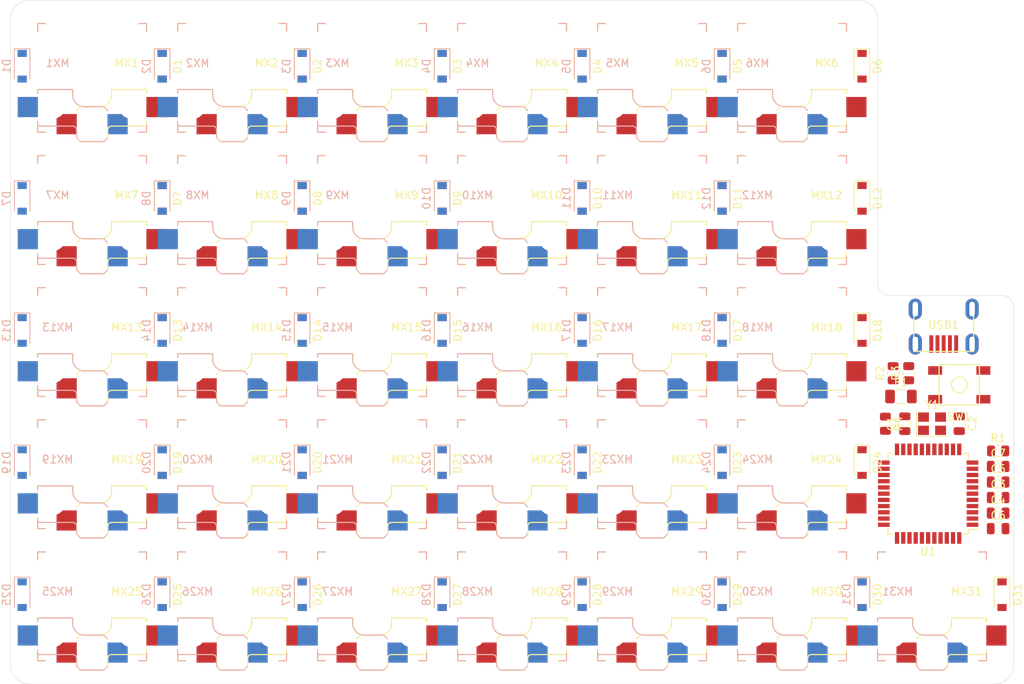
<source format=kicad_pcb>
(kicad_pcb (version 20171130) (host pcbnew "(5.1.12-1-10_14)")
  (layers (0 F.Cu signal) (31 B.Cu signal) (34 B.Paste user) (35 F.Paste user) (36 B.SilkS user) (37 F.SilkS user) (38 B.Mask user) (39 F.Mask user) (44 Edge.Cuts user))
  (net 0 "")
  (net 1 GND)
  (net 2 "Net-(C1-Pad1)")
  (net 3 "Net-(C2-Pad1)")
  (net 4 "Net-(C3-Pad1)")
  (net 5 +5V)
  (net 6 "Net-(D1-Pad2)")
  (net 7 ROW0)
  (net 8 "Net-(D2-Pad2)")
  (net 9 "Net-(D3-Pad2)")
  (net 10 "Net-(D4-Pad2)")
  (net 11 "Net-(D5-Pad2)")
  (net 12 "Net-(D6-Pad2)")
  (net 13 "Net-(D7-Pad2)")
  (net 14 ROW1)
  (net 15 "Net-(D8-Pad2)")
  (net 16 "Net-(D9-Pad2)")
  (net 17 "Net-(D10-Pad2)")
  (net 18 "Net-(D11-Pad2)")
  (net 19 "Net-(D12-Pad2)")
  (net 20 "Net-(D13-Pad2)")
  (net 21 ROW2)
  (net 22 "Net-(D14-Pad2)")
  (net 23 "Net-(D15-Pad2)")
  (net 24 "Net-(D16-Pad2)")
  (net 25 "Net-(D17-Pad2)")
  (net 26 "Net-(D18-Pad2)")
  (net 27 "Net-(D19-Pad2)")
  (net 28 ROW3)
  (net 29 "Net-(D20-Pad2)")
  (net 30 "Net-(D21-Pad2)")
  (net 31 "Net-(D22-Pad2)")
  (net 32 "Net-(D23-Pad2)")
  (net 33 "Net-(D24-Pad2)")
  (net 34 "Net-(D25-Pad2)")
  (net 35 ROW4)
  (net 36 "Net-(D26-Pad2)")
  (net 37 "Net-(D27-Pad2)")
  (net 38 "Net-(D28-Pad2)")
  (net 39 "Net-(D29-Pad2)")
  (net 40 "Net-(D30-Pad2)")
  (net 41 "Net-(D31-Pad2)")
  (net 42 VCC)
  (net 43 COL0)
  (net 44 COL1)
  (net 45 COL2)
  (net 46 COL3)
  (net 47 COL4)
  (net 48 COL5)
  (net 49 "Net-(MX14-Pad1)")
  (net 50 COL6)
  (net 51 "Net-(R1-Pad2)")
  (net 52 D+)
  (net 53 "Net-(R2-Pad1)")
  (net 54 D-)
  (net 55 "Net-(R3-Pad1)")
  (net 56 "Net-(R4-Pad2)")
  (net 57 "Net-(U1-Pad42)")
  (net 58 "Net-(U1-Pad41)")
  (net 59 "Net-(U1-Pad40)")
  (net 60 "Net-(U1-Pad39)")
  (net 61 "Net-(U1-Pad38)")
  (net 62 "Net-(U1-Pad37)")
  (net 63 "Net-(U1-Pad36)")
  (net 64 "Net-(U1-Pad32)")
  (net 65 "Net-(U1-Pad31)")
  (net 66 "Net-(U1-Pad30)")
  (net 67 "Net-(U1-Pad29)")
  (net 68 "Net-(U1-Pad28)")
  (net 69 "Net-(U1-Pad27)")
  (net 70 "Net-(U1-Pad26)")
  (net 71 "Net-(U1-Pad25)")
  (net 72 "Net-(U1-Pad22)")
  (net 73 "Net-(U1-Pad21)")
  (net 74 "Net-(U1-Pad20)")
  (net 75 "Net-(U1-Pad19)")
  (net 76 "Net-(U1-Pad18)")
  (net 77 "Net-(U1-Pad12)")
  (net 78 "Net-(U1-Pad11)")
  (net 79 "Net-(U1-Pad10)")
  (net 80 "Net-(U1-Pad9)")
  (net 81 "Net-(U1-Pad8)")
  (net 82 "Net-(U1-Pad1)")
  (net 83 "Net-(USB1-Pad6)")
  (net 84 "Net-(USB1-Pad2)")
  (module Diode_SMD:D_SOD-123 (layer B.Cu) (at 156.5 124 270)
    (fp_text reference D31 (at 0 2 270) (layer B.SilkS) (effects (justify mirror)))
    (fp_text value SOD-123)
    (pad 1 smd rect (at -1.65 0 270) (size 0.9 1.2) (layers B.Cu B.Paste B.Mask) (net 35 ROW4))
    (pad 2 smd rect (at 1.65 0 270) (size 0.9 1.2) (layers B.Cu B.Paste B.Mask) (net 41 "Net-(D31-Pad2)"))
  )
  (module Diode_SMD:D_SOD-123 (layer B.Cu) (at 138.5 124 270)
    (fp_text reference D30 (at 0 2 270) (layer B.SilkS) (effects (justify mirror)))
    (fp_text value SOD-123)
    (pad 1 smd rect (at -1.65 0 270) (size 0.9 1.2) (layers B.Cu B.Paste B.Mask) (net 35 ROW4))
    (pad 2 smd rect (at 1.65 0 270) (size 0.9 1.2) (layers B.Cu B.Paste B.Mask) (net 40 "Net-(D30-Pad2)"))
  )
  (module Diode_SMD:D_SOD-123 (layer B.Cu) (at 120.5 124 270)
    (fp_text reference D29 (at 0 2 270) (layer B.SilkS) (effects (justify mirror)))
    (fp_text value SOD-123)
    (pad 1 smd rect (at -1.65 0 270) (size 0.9 1.2) (layers B.Cu B.Paste B.Mask) (net 35 ROW4))
    (pad 2 smd rect (at 1.65 0 270) (size 0.9 1.2) (layers B.Cu B.Paste B.Mask) (net 39 "Net-(D29-Pad2)"))
  )
  (module Diode_SMD:D_SOD-123 (layer B.Cu) (at 102.5 124 270)
    (fp_text reference D28 (at 0 2 270) (layer B.SilkS) (effects (justify mirror)))
    (fp_text value SOD-123)
    (pad 1 smd rect (at -1.65 0 270) (size 0.9 1.2) (layers B.Cu B.Paste B.Mask) (net 35 ROW4))
    (pad 2 smd rect (at 1.65 0 270) (size 0.9 1.2) (layers B.Cu B.Paste B.Mask) (net 38 "Net-(D28-Pad2)"))
  )
  (module Diode_SMD:D_SOD-123 (layer B.Cu) (at 84.5 124 270)
    (fp_text reference D27 (at 0 2 270) (layer B.SilkS) (effects (justify mirror)))
    (fp_text value SOD-123)
    (pad 1 smd rect (at -1.65 0 270) (size 0.9 1.2) (layers B.Cu B.Paste B.Mask) (net 35 ROW4))
    (pad 2 smd rect (at 1.65 0 270) (size 0.9 1.2) (layers B.Cu B.Paste B.Mask) (net 37 "Net-(D27-Pad2)"))
  )
  (module Diode_SMD:D_SOD-123 (layer B.Cu) (at 66.5 124 270)
    (fp_text reference D26 (at 0 2 270) (layer B.SilkS) (effects (justify mirror)))
    (fp_text value SOD-123)
    (pad 1 smd rect (at -1.65 0 270) (size 0.9 1.2) (layers B.Cu B.Paste B.Mask) (net 35 ROW4))
    (pad 2 smd rect (at 1.65 0 270) (size 0.9 1.2) (layers B.Cu B.Paste B.Mask) (net 36 "Net-(D26-Pad2)"))
  )
  (module Diode_SMD:D_SOD-123 (layer B.Cu) (at 48.5 124 270)
    (fp_text reference D25 (at 0 2 270) (layer B.SilkS) (effects (justify mirror)))
    (fp_text value SOD-123)
    (pad 1 smd rect (at -1.65 0 270) (size 0.9 1.2) (layers B.Cu B.Paste B.Mask) (net 35 ROW4))
    (pad 2 smd rect (at 1.65 0 270) (size 0.9 1.2) (layers B.Cu B.Paste B.Mask) (net 34 "Net-(D25-Pad2)"))
  )
  (module Diode_SMD:D_SOD-123 (layer B.Cu) (at 138.5 107 270)
    (fp_text reference D24 (at 0 2 270) (layer B.SilkS) (effects (justify mirror)))
    (fp_text value SOD-123)
    (pad 1 smd rect (at -1.65 0 270) (size 0.9 1.2) (layers B.Cu B.Paste B.Mask) (net 28 ROW3))
    (pad 2 smd rect (at 1.65 0 270) (size 0.9 1.2) (layers B.Cu B.Paste B.Mask) (net 33 "Net-(D24-Pad2)"))
  )
  (module Diode_SMD:D_SOD-123 (layer B.Cu) (at 120.5 107 270)
    (fp_text reference D23 (at 0 2 270) (layer B.SilkS) (effects (justify mirror)))
    (fp_text value SOD-123)
    (pad 1 smd rect (at -1.65 0 270) (size 0.9 1.2) (layers B.Cu B.Paste B.Mask) (net 28 ROW3))
    (pad 2 smd rect (at 1.65 0 270) (size 0.9 1.2) (layers B.Cu B.Paste B.Mask) (net 32 "Net-(D23-Pad2)"))
  )
  (module Diode_SMD:D_SOD-123 (layer B.Cu) (at 102.5 107 270)
    (fp_text reference D22 (at 0 2 270) (layer B.SilkS) (effects (justify mirror)))
    (fp_text value SOD-123)
    (pad 1 smd rect (at -1.65 0 270) (size 0.9 1.2) (layers B.Cu B.Paste B.Mask) (net 28 ROW3))
    (pad 2 smd rect (at 1.65 0 270) (size 0.9 1.2) (layers B.Cu B.Paste B.Mask) (net 31 "Net-(D22-Pad2)"))
  )
  (module Diode_SMD:D_SOD-123 (layer B.Cu) (at 84.5 107 270)
    (fp_text reference D21 (at 0 2 270) (layer B.SilkS) (effects (justify mirror)))
    (fp_text value SOD-123)
    (pad 1 smd rect (at -1.65 0 270) (size 0.9 1.2) (layers B.Cu B.Paste B.Mask) (net 28 ROW3))
    (pad 2 smd rect (at 1.65 0 270) (size 0.9 1.2) (layers B.Cu B.Paste B.Mask) (net 30 "Net-(D21-Pad2)"))
  )
  (module Diode_SMD:D_SOD-123 (layer B.Cu) (at 66.5 107 270)
    (fp_text reference D20 (at 0 2 270) (layer B.SilkS) (effects (justify mirror)))
    (fp_text value SOD-123)
    (pad 1 smd rect (at -1.65 0 270) (size 0.9 1.2) (layers B.Cu B.Paste B.Mask) (net 28 ROW3))
    (pad 2 smd rect (at 1.65 0 270) (size 0.9 1.2) (layers B.Cu B.Paste B.Mask) (net 29 "Net-(D20-Pad2)"))
  )
  (module Diode_SMD:D_SOD-123 (layer B.Cu) (at 48.5 107 270)
    (fp_text reference D19 (at 0 2 270) (layer B.SilkS) (effects (justify mirror)))
    (fp_text value SOD-123)
    (pad 1 smd rect (at -1.65 0 270) (size 0.9 1.2) (layers B.Cu B.Paste B.Mask) (net 28 ROW3))
    (pad 2 smd rect (at 1.65 0 270) (size 0.9 1.2) (layers B.Cu B.Paste B.Mask) (net 27 "Net-(D19-Pad2)"))
  )
  (module Diode_SMD:D_SOD-123 (layer B.Cu) (at 120.5 90 270)
    (fp_text reference D17 (at 0 2 270) (layer B.SilkS) (effects (justify mirror)))
    (fp_text value SOD-123)
    (pad 1 smd rect (at -1.65 0 270) (size 0.9 1.2) (layers B.Cu B.Paste B.Mask) (net 21 ROW2))
    (pad 2 smd rect (at 1.65 0 270) (size 0.9 1.2) (layers B.Cu B.Paste B.Mask) (net 25 "Net-(D17-Pad2)"))
  )
  (module Diode_SMD:D_SOD-123 (layer B.Cu) (at 102.5 90 270)
    (fp_text reference D16 (at 0 2 270) (layer B.SilkS) (effects (justify mirror)))
    (fp_text value SOD-123)
    (pad 1 smd rect (at -1.65 0 270) (size 0.9 1.2) (layers B.Cu B.Paste B.Mask) (net 21 ROW2))
    (pad 2 smd rect (at 1.65 0 270) (size 0.9 1.2) (layers B.Cu B.Paste B.Mask) (net 24 "Net-(D16-Pad2)"))
  )
  (module Diode_SMD:D_SOD-123 (layer B.Cu) (at 84.5 90 270)
    (fp_text reference D15 (at 0 2 270) (layer B.SilkS) (effects (justify mirror)))
    (fp_text value SOD-123)
    (pad 1 smd rect (at -1.65 0 270) (size 0.9 1.2) (layers B.Cu B.Paste B.Mask) (net 21 ROW2))
    (pad 2 smd rect (at 1.65 0 270) (size 0.9 1.2) (layers B.Cu B.Paste B.Mask) (net 23 "Net-(D15-Pad2)"))
  )
  (module Diode_SMD:D_SOD-123 (layer B.Cu) (at 66.5 90 270)
    (fp_text reference D14 (at 0 2 270) (layer B.SilkS) (effects (justify mirror)))
    (fp_text value SOD-123)
    (pad 1 smd rect (at -1.65 0 270) (size 0.9 1.2) (layers B.Cu B.Paste B.Mask) (net 21 ROW2))
    (pad 2 smd rect (at 1.65 0 270) (size 0.9 1.2) (layers B.Cu B.Paste B.Mask) (net 22 "Net-(D14-Pad2)"))
  )
  (module Diode_SMD:D_SOD-123 (layer B.Cu) (at 48.5 90 270)
    (fp_text reference D13 (at 0 2 270) (layer B.SilkS) (effects (justify mirror)))
    (fp_text value SOD-123)
    (pad 1 smd rect (at -1.65 0 270) (size 0.9 1.2) (layers B.Cu B.Paste B.Mask) (net 21 ROW2))
    (pad 2 smd rect (at 1.65 0 270) (size 0.9 1.2) (layers B.Cu B.Paste B.Mask) (net 20 "Net-(D13-Pad2)"))
  )
  (module Diode_SMD:D_SOD-123 (layer B.Cu) (at 138.5 73 270)
    (fp_text reference D12 (at 0 2 270) (layer B.SilkS) (effects (justify mirror)))
    (fp_text value SOD-123)
    (pad 1 smd rect (at -1.65 0 270) (size 0.9 1.2) (layers B.Cu B.Paste B.Mask) (net 14 ROW1))
    (pad 2 smd rect (at 1.65 0 270) (size 0.9 1.2) (layers B.Cu B.Paste B.Mask) (net 19 "Net-(D12-Pad2)"))
  )
  (module Diode_SMD:D_SOD-123 (layer B.Cu) (at 120.5 73 270)
    (fp_text reference D11 (at 0 2 270) (layer B.SilkS) (effects (justify mirror)))
    (fp_text value SOD-123)
    (pad 1 smd rect (at -1.65 0 270) (size 0.9 1.2) (layers B.Cu B.Paste B.Mask) (net 14 ROW1))
    (pad 2 smd rect (at 1.65 0 270) (size 0.9 1.2) (layers B.Cu B.Paste B.Mask) (net 18 "Net-(D11-Pad2)"))
  )
  (module Diode_SMD:D_SOD-123 (layer B.Cu) (at 102.5 73 270)
    (fp_text reference D10 (at 0 2 270) (layer B.SilkS) (effects (justify mirror)))
    (fp_text value SOD-123)
    (pad 1 smd rect (at -1.65 0 270) (size 0.9 1.2) (layers B.Cu B.Paste B.Mask) (net 14 ROW1))
    (pad 2 smd rect (at 1.65 0 270) (size 0.9 1.2) (layers B.Cu B.Paste B.Mask) (net 17 "Net-(D10-Pad2)"))
  )
  (module Diode_SMD:D_SOD-123 (layer B.Cu) (at 84.5 73 270)
    (fp_text reference D9 (at 0 2 270) (layer B.SilkS) (effects (justify mirror)))
    (fp_text value SOD-123)
    (pad 1 smd rect (at -1.65 0 270) (size 0.9 1.2) (layers B.Cu B.Paste B.Mask) (net 14 ROW1))
    (pad 2 smd rect (at 1.65 0 270) (size 0.9 1.2) (layers B.Cu B.Paste B.Mask) (net 16 "Net-(D9-Pad2)"))
  )
  (module Diode_SMD:D_SOD-123 (layer B.Cu) (at 66.5 73 270)
    (fp_text reference D8 (at 0 2 270) (layer B.SilkS) (effects (justify mirror)))
    (fp_text value SOD-123)
    (pad 1 smd rect (at -1.65 0 270) (size 0.9 1.2) (layers B.Cu B.Paste B.Mask) (net 14 ROW1))
    (pad 2 smd rect (at 1.65 0 270) (size 0.9 1.2) (layers B.Cu B.Paste B.Mask) (net 15 "Net-(D8-Pad2)"))
  )
  (module Diode_SMD:D_SOD-123 (layer B.Cu) (at 48.5 73 270)
    (fp_text reference D7 (at 0 2 270) (layer B.SilkS) (effects (justify mirror)))
    (fp_text value SOD-123)
    (pad 1 smd rect (at -1.65 0 270) (size 0.9 1.2) (layers B.Cu B.Paste B.Mask) (net 14 ROW1))
    (pad 2 smd rect (at 1.65 0 270) (size 0.9 1.2) (layers B.Cu B.Paste B.Mask) (net 13 "Net-(D7-Pad2)"))
  )
  (module Diode_SMD:D_SOD-123 (layer B.Cu) (at 138.5 56 270)
    (fp_text reference D6 (at 0 2 270) (layer B.SilkS) (effects (justify mirror)))
    (fp_text value SOD-123)
    (pad 1 smd rect (at -1.65 0 270) (size 0.9 1.2) (layers B.Cu B.Paste B.Mask) (net 7 ROW0))
    (pad 2 smd rect (at 1.65 0 270) (size 0.9 1.2) (layers B.Cu B.Paste B.Mask) (net 12 "Net-(D6-Pad2)"))
  )
  (module Diode_SMD:D_SOD-123 (layer B.Cu) (at 120.5 56 270)
    (fp_text reference D5 (at 0 2 270) (layer B.SilkS) (effects (justify mirror)))
    (fp_text value SOD-123)
    (pad 1 smd rect (at -1.65 0 270) (size 0.9 1.2) (layers B.Cu B.Paste B.Mask) (net 7 ROW0))
    (pad 2 smd rect (at 1.65 0 270) (size 0.9 1.2) (layers B.Cu B.Paste B.Mask) (net 11 "Net-(D5-Pad2)"))
  )
  (module Diode_SMD:D_SOD-123 (layer B.Cu) (at 102.5 56 270)
    (fp_text reference D4 (at 0 2 270) (layer B.SilkS) (effects (justify mirror)))
    (fp_text value SOD-123)
    (pad 1 smd rect (at -1.65 0 270) (size 0.9 1.2) (layers B.Cu B.Paste B.Mask) (net 7 ROW0))
    (pad 2 smd rect (at 1.65 0 270) (size 0.9 1.2) (layers B.Cu B.Paste B.Mask) (net 10 "Net-(D4-Pad2)"))
  )
  (module Diode_SMD:D_SOD-123 (layer B.Cu) (at 84.5 56 270)
    (fp_text reference D3 (at 0 2 270) (layer B.SilkS) (effects (justify mirror)))
    (fp_text value SOD-123)
    (pad 1 smd rect (at -1.65 0 270) (size 0.9 1.2) (layers B.Cu B.Paste B.Mask) (net 7 ROW0))
    (pad 2 smd rect (at 1.65 0 270) (size 0.9 1.2) (layers B.Cu B.Paste B.Mask) (net 9 "Net-(D3-Pad2)"))
  )
  (module Diode_SMD:D_SOD-123 (layer B.Cu) (at 66.5 56 270)
    (fp_text reference D2 (at 0 2 270) (layer B.SilkS) (effects (justify mirror)))
    (fp_text value SOD-123)
    (pad 1 smd rect (at -1.65 0 270) (size 0.9 1.2) (layers B.Cu B.Paste B.Mask) (net 7 ROW0))
    (pad 2 smd rect (at 1.65 0 270) (size 0.9 1.2) (layers B.Cu B.Paste B.Mask) (net 8 "Net-(D2-Pad2)"))
  )
  (module Diode_SMD:D_SOD-123 (layer B.Cu) (at 48.5 56 270)
    (fp_text reference D1 (at 0 2 270) (layer B.SilkS) (effects (justify mirror)))
    (fp_text value SOD-123)
    (pad 1 smd rect (at -1.65 0 270) (size 0.9 1.2) (layers B.Cu B.Paste B.Mask) (net 7 ROW0))
    (pad 2 smd rect (at 1.65 0 270) (size 0.9 1.2) (layers B.Cu B.Paste B.Mask) (net 6 "Net-(D1-Pad2)"))
  )
  (module Diode_SMD:D_SOD-123 (layer B.Cu) (at 138.5 90 270)
    (fp_text reference D18 (at 0 2 270) (layer B.SilkS) (effects (justify mirror)))
    (fp_text value SOD-123)
    (pad 1 smd rect (at -1.65 0 270) (size 0.9 1.2) (layers B.Cu B.Paste B.Mask) (net 21 ROW2))
    (pad 2 smd rect (at 1.65 0 270) (size 0.9 1.2) (layers B.Cu B.Paste B.Mask) (net 26 "Net-(D18-Pad2)"))
  )
  (module Crystal:Crystal_SMD_3225-4Pin_3.2x2.5mm (layer F.Cu) (at 165.5 102)
    (fp_text reference Y1 (at 0 -2.45) (layer F.SilkS))
    (fp_text value 16MHz)
    (pad 4 smd rect (at -1.1 -0.85) (size 1.4 1.2) (layers F.Cu F.Paste F.Mask) (net 1 GND))
    (pad 3 smd rect (at 1.1 -0.85) (size 1.4 1.2) (layers F.Cu F.Paste F.Mask) (net 3 "Net-(C2-Pad1)"))
    (pad 2 smd rect (at 1.1 0.85) (size 1.4 1.2) (layers F.Cu F.Paste F.Mask) (net 1 GND))
    (pad 1 smd rect (at -1.1 0.85) (size 1.4 1.2) (layers F.Cu F.Paste F.Mask) (net 2 "Net-(C1-Pad1)"))
  )
  (module random-keyboard-parts:Molex-0548190589 (layer F.Cu) (at 167 87.248897 270)
    (fp_text reference USB1 (at 2.032 0) (layer F.SilkS))
    (fp_text value Molex-0548190589)
    (pad 6 thru_hole oval (at 0 -3.65 270) (size 2.7 1.7) (drill oval 1.9 0.7) (layers *.Cu *.Mask) (net 83 "Net-(USB1-Pad6)"))
    (pad 6 thru_hole oval (at 0 3.65 270) (size 2.7 1.7) (drill oval 1.9 0.7) (layers *.Cu *.Mask) (net 83 "Net-(USB1-Pad6)"))
    (pad 6 thru_hole oval (at 4.5 3.65 270) (size 2.7 1.7) (drill oval 1.9 0.7) (layers *.Cu *.Mask) (net 83 "Net-(USB1-Pad6)"))
    (pad 6 thru_hole oval (at 4.5 -3.65 270) (size 2.7 1.7) (drill oval 1.9 0.7) (layers *.Cu *.Mask) (net 83 "Net-(USB1-Pad6)"))
    (pad 5 smd rect (at 4.5 -1.6 270) (size 2.25 0.5) (layers F.Cu F.Paste F.Mask) (net 42 VCC))
    (pad 4 smd rect (at 4.5 -0.8 270) (size 2.25 0.5) (layers F.Cu F.Paste F.Mask) (net 54 D-))
    (pad 3 smd rect (at 4.5 0 270) (size 2.25 0.5) (layers F.Cu F.Paste F.Mask) (net 52 D+))
    (pad 2 smd rect (at 4.5 0.8 270) (size 2.25 0.5) (layers F.Cu F.Paste F.Mask) (net 84 "Net-(USB1-Pad2)"))
    (pad 1 smd rect (at 4.5 1.6 270) (size 2.25 0.5) (layers F.Cu F.Paste F.Mask) (net 1 GND))
  )
  (module Package_QFP:TQFP-44_10x10mm_P0.8mm (layer F.Cu) (at 165 111 180)
    (fp_text reference U1 (at 0 -7.45) (layer F.SilkS))
    (fp_text value ATmega32U4-AU)
    (pad 44 smd rect (at -4 -5.7 270) (size 1.5 0.55) (layers F.Cu F.Paste F.Mask) (net 5 +5V))
    (pad 43 smd rect (at -3.2 -5.7 270) (size 1.5 0.55) (layers F.Cu F.Paste F.Mask) (net 1 GND))
    (pad 42 smd rect (at -2.4 -5.7 270) (size 1.5 0.55) (layers F.Cu F.Paste F.Mask) (net 57 "Net-(U1-Pad42)"))
    (pad 41 smd rect (at -1.6 -5.7 270) (size 1.5 0.55) (layers F.Cu F.Paste F.Mask) (net 58 "Net-(U1-Pad41)"))
    (pad 40 smd rect (at -0.8 -5.7 270) (size 1.5 0.55) (layers F.Cu F.Paste F.Mask) (net 59 "Net-(U1-Pad40)"))
    (pad 39 smd rect (at 0 -5.7 270) (size 1.5 0.55) (layers F.Cu F.Paste F.Mask) (net 60 "Net-(U1-Pad39)"))
    (pad 38 smd rect (at 0.8 -5.7 270) (size 1.5 0.55) (layers F.Cu F.Paste F.Mask) (net 61 "Net-(U1-Pad38)"))
    (pad 37 smd rect (at 1.6 -5.7 270) (size 1.5 0.55) (layers F.Cu F.Paste F.Mask) (net 62 "Net-(U1-Pad37)"))
    (pad 36 smd rect (at 2.4 -5.7 270) (size 1.5 0.55) (layers F.Cu F.Paste F.Mask) (net 63 "Net-(U1-Pad36)"))
    (pad 35 smd rect (at 3.2 -5.7 270) (size 1.5 0.55) (layers F.Cu F.Paste F.Mask) (net 1 GND))
    (pad 34 smd rect (at 4 -5.7 270) (size 1.5 0.55) (layers F.Cu F.Paste F.Mask) (net 5 +5V))
    (pad 33 smd rect (at 5.7 -4 180) (size 1.5 0.55) (layers F.Cu F.Paste F.Mask) (net 56 "Net-(R4-Pad2)"))
    (pad 32 smd rect (at 5.7 -3.2 180) (size 1.5 0.55) (layers F.Cu F.Paste F.Mask) (net 64 "Net-(U1-Pad32)"))
    (pad 31 smd rect (at 5.7 -2.4 180) (size 1.5 0.55) (layers F.Cu F.Paste F.Mask) (net 65 "Net-(U1-Pad31)"))
    (pad 30 smd rect (at 5.7 -1.6 180) (size 1.5 0.55) (layers F.Cu F.Paste F.Mask) (net 66 "Net-(U1-Pad30)"))
    (pad 29 smd rect (at 5.7 -0.8 180) (size 1.5 0.55) (layers F.Cu F.Paste F.Mask) (net 67 "Net-(U1-Pad29)"))
    (pad 28 smd rect (at 5.7 0 180) (size 1.5 0.55) (layers F.Cu F.Paste F.Mask) (net 68 "Net-(U1-Pad28)"))
    (pad 27 smd rect (at 5.7 0.8 180) (size 1.5 0.55) (layers F.Cu F.Paste F.Mask) (net 69 "Net-(U1-Pad27)"))
    (pad 26 smd rect (at 5.7 1.6 180) (size 1.5 0.55) (layers F.Cu F.Paste F.Mask) (net 70 "Net-(U1-Pad26)"))
    (pad 25 smd rect (at 5.7 2.4 180) (size 1.5 0.55) (layers F.Cu F.Paste F.Mask) (net 71 "Net-(U1-Pad25)"))
    (pad 24 smd rect (at 5.7 3.2 180) (size 1.5 0.55) (layers F.Cu F.Paste F.Mask) (net 5 +5V))
    (pad 23 smd rect (at 5.7 4 180) (size 1.5 0.55) (layers F.Cu F.Paste F.Mask) (net 1 GND))
    (pad 22 smd rect (at 4 5.7 270) (size 1.5 0.55) (layers F.Cu F.Paste F.Mask) (net 72 "Net-(U1-Pad22)"))
    (pad 21 smd rect (at 3.2 5.7 270) (size 1.5 0.55) (layers F.Cu F.Paste F.Mask) (net 73 "Net-(U1-Pad21)"))
    (pad 20 smd rect (at 2.4 5.7 270) (size 1.5 0.55) (layers F.Cu F.Paste F.Mask) (net 74 "Net-(U1-Pad20)"))
    (pad 19 smd rect (at 1.6 5.7 270) (size 1.5 0.55) (layers F.Cu F.Paste F.Mask) (net 75 "Net-(U1-Pad19)"))
    (pad 18 smd rect (at 0.8 5.7 270) (size 1.5 0.55) (layers F.Cu F.Paste F.Mask) (net 76 "Net-(U1-Pad18)"))
    (pad 17 smd rect (at 0 5.7 270) (size 1.5 0.55) (layers F.Cu F.Paste F.Mask) (net 2 "Net-(C1-Pad1)"))
    (pad 16 smd rect (at -0.8 5.7 270) (size 1.5 0.55) (layers F.Cu F.Paste F.Mask) (net 3 "Net-(C2-Pad1)"))
    (pad 15 smd rect (at -1.6 5.7 270) (size 1.5 0.55) (layers F.Cu F.Paste F.Mask) (net 1 GND))
    (pad 14 smd rect (at -2.4 5.7 270) (size 1.5 0.55) (layers F.Cu F.Paste F.Mask) (net 5 +5V))
    (pad 13 smd rect (at -3.2 5.7 270) (size 1.5 0.55) (layers F.Cu F.Paste F.Mask) (net 51 "Net-(R1-Pad2)"))
    (pad 12 smd rect (at -4 5.7 270) (size 1.5 0.55) (layers F.Cu F.Paste F.Mask) (net 77 "Net-(U1-Pad12)"))
    (pad 11 smd rect (at -5.7 4 180) (size 1.5 0.55) (layers F.Cu F.Paste F.Mask) (net 78 "Net-(U1-Pad11)"))
    (pad 10 smd rect (at -5.7 3.2 180) (size 1.5 0.55) (layers F.Cu F.Paste F.Mask) (net 79 "Net-(U1-Pad10)"))
    (pad 9 smd rect (at -5.7 2.4 180) (size 1.5 0.55) (layers F.Cu F.Paste F.Mask) (net 80 "Net-(U1-Pad9)"))
    (pad 8 smd rect (at -5.7 1.6 180) (size 1.5 0.55) (layers F.Cu F.Paste F.Mask) (net 81 "Net-(U1-Pad8)"))
    (pad 7 smd rect (at -5.7 0.8 180) (size 1.5 0.55) (layers F.Cu F.Paste F.Mask) (net 5 +5V))
    (pad 6 smd rect (at -5.7 0 180) (size 1.5 0.55) (layers F.Cu F.Paste F.Mask) (net 4 "Net-(C3-Pad1)"))
    (pad 5 smd rect (at -5.7 -0.8 180) (size 1.5 0.55) (layers F.Cu F.Paste F.Mask) (net 1 GND))
    (pad 4 smd rect (at -5.7 -1.6 180) (size 1.5 0.55) (layers F.Cu F.Paste F.Mask) (net 53 "Net-(R2-Pad1)"))
    (pad 3 smd rect (at -5.7 -2.4 180) (size 1.5 0.55) (layers F.Cu F.Paste F.Mask) (net 55 "Net-(R3-Pad1)"))
    (pad 2 smd rect (at -5.7 -3.2 180) (size 1.5 0.55) (layers F.Cu F.Paste F.Mask) (net 5 +5V))
    (pad 1 smd rect (at -5.7 -4 180) (size 1.5 0.55) (layers F.Cu F.Paste F.Mask) (net 82 "Net-(U1-Pad1)"))
  )
  (module random-keyboard-parts:SKQG-1155865 (layer F.Cu) (at 169 97)
    (fp_text reference SW1 (at 0 4.064) (layer F.SilkS))
    (fp_text value SW_Push)
    (pad 4 smd rect (at -3.1 1.85) (size 1.8 1.1) (layers F.Cu F.Paste F.Mask))
    (pad 3 smd rect (at 3.1 -1.85) (size 1.8 1.1) (layers F.Cu F.Paste F.Mask))
    (pad 2 smd rect (at -3.1 -1.85) (size 1.8 1.1) (layers F.Cu F.Paste F.Mask) (net 51 "Net-(R1-Pad2)"))
    (pad 1 smd rect (at 3.1 1.85) (size 1.8 1.1) (layers F.Cu F.Paste F.Mask) (net 1 GND))
  )
  (module Resistor_SMD:R_0805_2012Metric (layer F.Cu) (at 159.5 102 270)
    (fp_text reference R4 (at 0 -1.65 90) (layer F.SilkS))
    (fp_text value 10k)
    (pad 2 smd roundrect (at 0.9125 0 270) (size 1.025 1.4) (layers F.Cu F.Paste F.Mask) (roundrect_rratio 0.243902) (net 56 "Net-(R4-Pad2)"))
    (pad 1 smd roundrect (at -0.9125 0 270) (size 1.025 1.4) (layers F.Cu F.Paste F.Mask) (roundrect_rratio 0.243902) (net 1 GND))
  )
  (module Resistor_SMD:R_0805_2012Metric (layer F.Cu) (at 162.5 95.5 90)
    (fp_text reference R3 (at 0 -1.65 90) (layer F.SilkS))
    (fp_text value 22)
    (pad 2 smd roundrect (at 0.9125 0 90) (size 1.025 1.4) (layers F.Cu F.Paste F.Mask) (roundrect_rratio 0.243902) (net 54 D-))
    (pad 1 smd roundrect (at -0.9125 0 90) (size 1.025 1.4) (layers F.Cu F.Paste F.Mask) (roundrect_rratio 0.243902) (net 55 "Net-(R3-Pad1)"))
  )
  (module Resistor_SMD:R_0805_2012Metric (layer F.Cu) (at 160.5 95.5 90)
    (fp_text reference R2 (at 0 -1.65 90) (layer F.SilkS))
    (fp_text value 22)
    (pad 2 smd roundrect (at 0.9125 0 90) (size 1.025 1.4) (layers F.Cu F.Paste F.Mask) (roundrect_rratio 0.243902) (net 52 D+))
    (pad 1 smd roundrect (at -0.9125 0 90) (size 1.025 1.4) (layers F.Cu F.Paste F.Mask) (roundrect_rratio 0.243902) (net 53 "Net-(R2-Pad1)"))
  )
  (module Resistor_SMD:R_0805_2012Metric (layer F.Cu) (at 174 105.5)
    (fp_text reference R1 (at 0 -1.65) (layer F.SilkS))
    (fp_text value 10k)
    (pad 2 smd roundrect (at 0.9125 0) (size 1.025 1.4) (layers F.Cu F.Paste F.Mask) (roundrect_rratio 0.243902) (net 51 "Net-(R1-Pad2)"))
    (pad 1 smd roundrect (at -0.9125 0) (size 1.025 1.4) (layers F.Cu F.Paste F.Mask) (roundrect_rratio 0.243902) (net 5 +5V))
  )
  (module keyswitches:Kailh_socket_PG1350_reversible (layer F.Cu) (at 165.5 125.5)
    (fp_text reference MX31 (at 4.445 -1.905) (layer F.SilkS))
    (fp_text value MX-NoLED)
    (fp_text user %R (at -4.445 -1.905) (layer B.SilkS) (effects (justify mirror)))
    (pad "" np_thru_hole circle (at -5.5 0) (size 1.7018 1.7018) (drill 1.7018) (layers *.Cu *.Mask))
    (pad "" np_thru_hole circle (at 5.5 0) (size 1.7018 1.7018) (drill 1.7018) (layers *.Cu *.Mask))
    (pad 1 smd rect (at -3.275 5.95) (size 2.6 2.6) (layers F.Cu F.Paste F.Mask) (net 50 COL6))
    (pad "" np_thru_hole circle (at 5 3.75) (size 3 3) (drill 3) (layers *.Cu *.Mask))
    (pad "" np_thru_hole circle (at 0 0) (size 3.429 3.429) (drill 3.429) (layers *.Cu *.Mask))
    (pad "" np_thru_hole circle (at 0 5.95) (size 3 3) (drill 3) (layers *.Cu *.Mask))
    (pad 2 smd rect (at 8.275 3.75) (size 2.6 2.6) (layers F.Cu F.Paste F.Mask) (net 41 "Net-(D31-Pad2)"))
    (pad "" np_thru_hole circle (at -5 3.75) (size 3 3) (drill 3) (layers *.Cu *.Mask))
    (pad 1 smd rect (at 3.275 5.95) (size 2.6 2.6) (layers B.Cu B.Paste B.Mask) (net 50 COL6))
    (pad 2 smd rect (at -8.275 3.75) (size 2.6 2.6) (layers B.Cu B.Paste B.Mask) (net 41 "Net-(D31-Pad2)"))
    (pad "" np_thru_hole circle (at -5.22 -4.2) (size 0.9906 0.9906) (drill 0.9906) (layers *.Cu *.Mask))
    (pad "" np_thru_hole circle (at 5.22 -4.2) (size 0.9906 0.9906) (drill 0.9906) (layers *.Cu *.Mask))
  )
  (module keyswitches:Kailh_socket_PG1350_reversible (layer F.Cu) (at 147.5 125.5)
    (fp_text reference MX30 (at 4.445 -1.905) (layer F.SilkS))
    (fp_text value MX-NoLED)
    (fp_text user %R (at -4.445 -1.905) (layer B.SilkS) (effects (justify mirror)))
    (pad "" np_thru_hole circle (at -5.5 0) (size 1.7018 1.7018) (drill 1.7018) (layers *.Cu *.Mask))
    (pad "" np_thru_hole circle (at 5.5 0) (size 1.7018 1.7018) (drill 1.7018) (layers *.Cu *.Mask))
    (pad 1 smd rect (at -3.275 5.95) (size 2.6 2.6) (layers F.Cu F.Paste F.Mask) (net 48 COL5))
    (pad "" np_thru_hole circle (at 5 3.75) (size 3 3) (drill 3) (layers *.Cu *.Mask))
    (pad "" np_thru_hole circle (at 0 0) (size 3.429 3.429) (drill 3.429) (layers *.Cu *.Mask))
    (pad "" np_thru_hole circle (at 0 5.95) (size 3 3) (drill 3) (layers *.Cu *.Mask))
    (pad 2 smd rect (at 8.275 3.75) (size 2.6 2.6) (layers F.Cu F.Paste F.Mask) (net 40 "Net-(D30-Pad2)"))
    (pad "" np_thru_hole circle (at -5 3.75) (size 3 3) (drill 3) (layers *.Cu *.Mask))
    (pad 1 smd rect (at 3.275 5.95) (size 2.6 2.6) (layers B.Cu B.Paste B.Mask) (net 48 COL5))
    (pad 2 smd rect (at -8.275 3.75) (size 2.6 2.6) (layers B.Cu B.Paste B.Mask) (net 40 "Net-(D30-Pad2)"))
    (pad "" np_thru_hole circle (at -5.22 -4.2) (size 0.9906 0.9906) (drill 0.9906) (layers *.Cu *.Mask))
    (pad "" np_thru_hole circle (at 5.22 -4.2) (size 0.9906 0.9906) (drill 0.9906) (layers *.Cu *.Mask))
  )
  (module keyswitches:Kailh_socket_PG1350_reversible (layer F.Cu) (at 129.5 125.5)
    (fp_text reference MX29 (at 4.445 -1.905) (layer F.SilkS))
    (fp_text value MX-NoLED)
    (fp_text user %R (at -4.445 -1.905) (layer B.SilkS) (effects (justify mirror)))
    (pad "" np_thru_hole circle (at -5.5 0) (size 1.7018 1.7018) (drill 1.7018) (layers *.Cu *.Mask))
    (pad "" np_thru_hole circle (at 5.5 0) (size 1.7018 1.7018) (drill 1.7018) (layers *.Cu *.Mask))
    (pad 1 smd rect (at -3.275 5.95) (size 2.6 2.6) (layers F.Cu F.Paste F.Mask) (net 47 COL4))
    (pad "" np_thru_hole circle (at 5 3.75) (size 3 3) (drill 3) (layers *.Cu *.Mask))
    (pad "" np_thru_hole circle (at 0 0) (size 3.429 3.429) (drill 3.429) (layers *.Cu *.Mask))
    (pad "" np_thru_hole circle (at 0 5.95) (size 3 3) (drill 3) (layers *.Cu *.Mask))
    (pad 2 smd rect (at 8.275 3.75) (size 2.6 2.6) (layers F.Cu F.Paste F.Mask) (net 39 "Net-(D29-Pad2)"))
    (pad "" np_thru_hole circle (at -5 3.75) (size 3 3) (drill 3) (layers *.Cu *.Mask))
    (pad 1 smd rect (at 3.275 5.95) (size 2.6 2.6) (layers B.Cu B.Paste B.Mask) (net 47 COL4))
    (pad 2 smd rect (at -8.275 3.75) (size 2.6 2.6) (layers B.Cu B.Paste B.Mask) (net 39 "Net-(D29-Pad2)"))
    (pad "" np_thru_hole circle (at -5.22 -4.2) (size 0.9906 0.9906) (drill 0.9906) (layers *.Cu *.Mask))
    (pad "" np_thru_hole circle (at 5.22 -4.2) (size 0.9906 0.9906) (drill 0.9906) (layers *.Cu *.Mask))
  )
  (module keyswitches:Kailh_socket_PG1350_reversible (layer F.Cu) (at 111.5 125.5)
    (fp_text reference MX28 (at 4.445 -1.905) (layer F.SilkS))
    (fp_text value MX-NoLED)
    (fp_text user %R (at -4.445 -1.905) (layer B.SilkS) (effects (justify mirror)))
    (pad "" np_thru_hole circle (at -5.5 0) (size 1.7018 1.7018) (drill 1.7018) (layers *.Cu *.Mask))
    (pad "" np_thru_hole circle (at 5.5 0) (size 1.7018 1.7018) (drill 1.7018) (layers *.Cu *.Mask))
    (pad 1 smd rect (at -3.275 5.95) (size 2.6 2.6) (layers F.Cu F.Paste F.Mask) (net 46 COL3))
    (pad "" np_thru_hole circle (at 5 3.75) (size 3 3) (drill 3) (layers *.Cu *.Mask))
    (pad "" np_thru_hole circle (at 0 0) (size 3.429 3.429) (drill 3.429) (layers *.Cu *.Mask))
    (pad "" np_thru_hole circle (at 0 5.95) (size 3 3) (drill 3) (layers *.Cu *.Mask))
    (pad 2 smd rect (at 8.275 3.75) (size 2.6 2.6) (layers F.Cu F.Paste F.Mask) (net 38 "Net-(D28-Pad2)"))
    (pad "" np_thru_hole circle (at -5 3.75) (size 3 3) (drill 3) (layers *.Cu *.Mask))
    (pad 1 smd rect (at 3.275 5.95) (size 2.6 2.6) (layers B.Cu B.Paste B.Mask) (net 46 COL3))
    (pad 2 smd rect (at -8.275 3.75) (size 2.6 2.6) (layers B.Cu B.Paste B.Mask) (net 38 "Net-(D28-Pad2)"))
    (pad "" np_thru_hole circle (at -5.22 -4.2) (size 0.9906 0.9906) (drill 0.9906) (layers *.Cu *.Mask))
    (pad "" np_thru_hole circle (at 5.22 -4.2) (size 0.9906 0.9906) (drill 0.9906) (layers *.Cu *.Mask))
  )
  (module keyswitches:Kailh_socket_PG1350_reversible (layer F.Cu) (at 93.5 125.5)
    (fp_text reference MX27 (at 4.445 -1.905) (layer F.SilkS))
    (fp_text value MX-NoLED)
    (fp_text user %R (at -4.445 -1.905) (layer B.SilkS) (effects (justify mirror)))
    (pad "" np_thru_hole circle (at -5.5 0) (size 1.7018 1.7018) (drill 1.7018) (layers *.Cu *.Mask))
    (pad "" np_thru_hole circle (at 5.5 0) (size 1.7018 1.7018) (drill 1.7018) (layers *.Cu *.Mask))
    (pad 1 smd rect (at -3.275 5.95) (size 2.6 2.6) (layers F.Cu F.Paste F.Mask) (net 45 COL2))
    (pad "" np_thru_hole circle (at 5 3.75) (size 3 3) (drill 3) (layers *.Cu *.Mask))
    (pad "" np_thru_hole circle (at 0 0) (size 3.429 3.429) (drill 3.429) (layers *.Cu *.Mask))
    (pad "" np_thru_hole circle (at 0 5.95) (size 3 3) (drill 3) (layers *.Cu *.Mask))
    (pad 2 smd rect (at 8.275 3.75) (size 2.6 2.6) (layers F.Cu F.Paste F.Mask) (net 37 "Net-(D27-Pad2)"))
    (pad "" np_thru_hole circle (at -5 3.75) (size 3 3) (drill 3) (layers *.Cu *.Mask))
    (pad 1 smd rect (at 3.275 5.95) (size 2.6 2.6) (layers B.Cu B.Paste B.Mask) (net 45 COL2))
    (pad 2 smd rect (at -8.275 3.75) (size 2.6 2.6) (layers B.Cu B.Paste B.Mask) (net 37 "Net-(D27-Pad2)"))
    (pad "" np_thru_hole circle (at -5.22 -4.2) (size 0.9906 0.9906) (drill 0.9906) (layers *.Cu *.Mask))
    (pad "" np_thru_hole circle (at 5.22 -4.2) (size 0.9906 0.9906) (drill 0.9906) (layers *.Cu *.Mask))
  )
  (module keyswitches:Kailh_socket_PG1350_reversible (layer F.Cu) (at 75.5 125.5)
    (fp_text reference MX26 (at 4.445 -1.905) (layer F.SilkS))
    (fp_text value MX-NoLED)
    (fp_text user %R (at -4.445 -1.905) (layer B.SilkS) (effects (justify mirror)))
    (pad "" np_thru_hole circle (at -5.5 0) (size 1.7018 1.7018) (drill 1.7018) (layers *.Cu *.Mask))
    (pad "" np_thru_hole circle (at 5.5 0) (size 1.7018 1.7018) (drill 1.7018) (layers *.Cu *.Mask))
    (pad 1 smd rect (at -3.275 5.95) (size 2.6 2.6) (layers F.Cu F.Paste F.Mask) (net 49 "Net-(MX14-Pad1)"))
    (pad "" np_thru_hole circle (at 5 3.75) (size 3 3) (drill 3) (layers *.Cu *.Mask))
    (pad "" np_thru_hole circle (at 0 0) (size 3.429 3.429) (drill 3.429) (layers *.Cu *.Mask))
    (pad "" np_thru_hole circle (at 0 5.95) (size 3 3) (drill 3) (layers *.Cu *.Mask))
    (pad 2 smd rect (at 8.275 3.75) (size 2.6 2.6) (layers F.Cu F.Paste F.Mask) (net 36 "Net-(D26-Pad2)"))
    (pad "" np_thru_hole circle (at -5 3.75) (size 3 3) (drill 3) (layers *.Cu *.Mask))
    (pad 1 smd rect (at 3.275 5.95) (size 2.6 2.6) (layers B.Cu B.Paste B.Mask) (net 49 "Net-(MX14-Pad1)"))
    (pad 2 smd rect (at -8.275 3.75) (size 2.6 2.6) (layers B.Cu B.Paste B.Mask) (net 36 "Net-(D26-Pad2)"))
    (pad "" np_thru_hole circle (at -5.22 -4.2) (size 0.9906 0.9906) (drill 0.9906) (layers *.Cu *.Mask))
    (pad "" np_thru_hole circle (at 5.22 -4.2) (size 0.9906 0.9906) (drill 0.9906) (layers *.Cu *.Mask))
  )
  (module keyswitches:Kailh_socket_PG1350_reversible (layer F.Cu) (at 57.5 125.5)
    (fp_text reference MX25 (at 4.445 -1.905) (layer F.SilkS))
    (fp_text value MX-NoLED)
    (fp_text user %R (at -4.445 -1.905) (layer B.SilkS) (effects (justify mirror)))
    (pad "" np_thru_hole circle (at -5.5 0) (size 1.7018 1.7018) (drill 1.7018) (layers *.Cu *.Mask))
    (pad "" np_thru_hole circle (at 5.5 0) (size 1.7018 1.7018) (drill 1.7018) (layers *.Cu *.Mask))
    (pad 1 smd rect (at -3.275 5.95) (size 2.6 2.6) (layers F.Cu F.Paste F.Mask) (net 43 COL0))
    (pad "" np_thru_hole circle (at 5 3.75) (size 3 3) (drill 3) (layers *.Cu *.Mask))
    (pad "" np_thru_hole circle (at 0 0) (size 3.429 3.429) (drill 3.429) (layers *.Cu *.Mask))
    (pad "" np_thru_hole circle (at 0 5.95) (size 3 3) (drill 3) (layers *.Cu *.Mask))
    (pad 2 smd rect (at 8.275 3.75) (size 2.6 2.6) (layers F.Cu F.Paste F.Mask) (net 34 "Net-(D25-Pad2)"))
    (pad "" np_thru_hole circle (at -5 3.75) (size 3 3) (drill 3) (layers *.Cu *.Mask))
    (pad 1 smd rect (at 3.275 5.95) (size 2.6 2.6) (layers B.Cu B.Paste B.Mask) (net 43 COL0))
    (pad 2 smd rect (at -8.275 3.75) (size 2.6 2.6) (layers B.Cu B.Paste B.Mask) (net 34 "Net-(D25-Pad2)"))
    (pad "" np_thru_hole circle (at -5.22 -4.2) (size 0.9906 0.9906) (drill 0.9906) (layers *.Cu *.Mask))
    (pad "" np_thru_hole circle (at 5.22 -4.2) (size 0.9906 0.9906) (drill 0.9906) (layers *.Cu *.Mask))
  )
  (module keyswitches:Kailh_socket_PG1350_reversible (layer F.Cu) (at 147.5 108.5)
    (fp_text reference MX24 (at 4.445 -1.905) (layer F.SilkS))
    (fp_text value MX-NoLED)
    (fp_text user %R (at -4.445 -1.905) (layer B.SilkS) (effects (justify mirror)))
    (pad "" np_thru_hole circle (at -5.5 0) (size 1.7018 1.7018) (drill 1.7018) (layers *.Cu *.Mask))
    (pad "" np_thru_hole circle (at 5.5 0) (size 1.7018 1.7018) (drill 1.7018) (layers *.Cu *.Mask))
    (pad 1 smd rect (at -3.275 5.95) (size 2.6 2.6) (layers F.Cu F.Paste F.Mask) (net 48 COL5))
    (pad "" np_thru_hole circle (at 5 3.75) (size 3 3) (drill 3) (layers *.Cu *.Mask))
    (pad "" np_thru_hole circle (at 0 0) (size 3.429 3.429) (drill 3.429) (layers *.Cu *.Mask))
    (pad "" np_thru_hole circle (at 0 5.95) (size 3 3) (drill 3) (layers *.Cu *.Mask))
    (pad 2 smd rect (at 8.275 3.75) (size 2.6 2.6) (layers F.Cu F.Paste F.Mask) (net 33 "Net-(D24-Pad2)"))
    (pad "" np_thru_hole circle (at -5 3.75) (size 3 3) (drill 3) (layers *.Cu *.Mask))
    (pad 1 smd rect (at 3.275 5.95) (size 2.6 2.6) (layers B.Cu B.Paste B.Mask) (net 48 COL5))
    (pad 2 smd rect (at -8.275 3.75) (size 2.6 2.6) (layers B.Cu B.Paste B.Mask) (net 33 "Net-(D24-Pad2)"))
    (pad "" np_thru_hole circle (at -5.22 -4.2) (size 0.9906 0.9906) (drill 0.9906) (layers *.Cu *.Mask))
    (pad "" np_thru_hole circle (at 5.22 -4.2) (size 0.9906 0.9906) (drill 0.9906) (layers *.Cu *.Mask))
  )
  (module keyswitches:Kailh_socket_PG1350_reversible (layer F.Cu) (at 129.5 108.5)
    (fp_text reference MX23 (at 4.445 -1.905) (layer F.SilkS))
    (fp_text value MX-NoLED)
    (fp_text user %R (at -4.445 -1.905) (layer B.SilkS) (effects (justify mirror)))
    (pad "" np_thru_hole circle (at -5.5 0) (size 1.7018 1.7018) (drill 1.7018) (layers *.Cu *.Mask))
    (pad "" np_thru_hole circle (at 5.5 0) (size 1.7018 1.7018) (drill 1.7018) (layers *.Cu *.Mask))
    (pad 1 smd rect (at -3.275 5.95) (size 2.6 2.6) (layers F.Cu F.Paste F.Mask) (net 47 COL4))
    (pad "" np_thru_hole circle (at 5 3.75) (size 3 3) (drill 3) (layers *.Cu *.Mask))
    (pad "" np_thru_hole circle (at 0 0) (size 3.429 3.429) (drill 3.429) (layers *.Cu *.Mask))
    (pad "" np_thru_hole circle (at 0 5.95) (size 3 3) (drill 3) (layers *.Cu *.Mask))
    (pad 2 smd rect (at 8.275 3.75) (size 2.6 2.6) (layers F.Cu F.Paste F.Mask) (net 32 "Net-(D23-Pad2)"))
    (pad "" np_thru_hole circle (at -5 3.75) (size 3 3) (drill 3) (layers *.Cu *.Mask))
    (pad 1 smd rect (at 3.275 5.95) (size 2.6 2.6) (layers B.Cu B.Paste B.Mask) (net 47 COL4))
    (pad 2 smd rect (at -8.275 3.75) (size 2.6 2.6) (layers B.Cu B.Paste B.Mask) (net 32 "Net-(D23-Pad2)"))
    (pad "" np_thru_hole circle (at -5.22 -4.2) (size 0.9906 0.9906) (drill 0.9906) (layers *.Cu *.Mask))
    (pad "" np_thru_hole circle (at 5.22 -4.2) (size 0.9906 0.9906) (drill 0.9906) (layers *.Cu *.Mask))
  )
  (module keyswitches:Kailh_socket_PG1350_reversible (layer F.Cu) (at 111.5 108.5)
    (fp_text reference MX22 (at 4.445 -1.905) (layer F.SilkS))
    (fp_text value MX-NoLED)
    (fp_text user %R (at -4.445 -1.905) (layer B.SilkS) (effects (justify mirror)))
    (pad "" np_thru_hole circle (at -5.5 0) (size 1.7018 1.7018) (drill 1.7018) (layers *.Cu *.Mask))
    (pad "" np_thru_hole circle (at 5.5 0) (size 1.7018 1.7018) (drill 1.7018) (layers *.Cu *.Mask))
    (pad 1 smd rect (at -3.275 5.95) (size 2.6 2.6) (layers F.Cu F.Paste F.Mask) (net 46 COL3))
    (pad "" np_thru_hole circle (at 5 3.75) (size 3 3) (drill 3) (layers *.Cu *.Mask))
    (pad "" np_thru_hole circle (at 0 0) (size 3.429 3.429) (drill 3.429) (layers *.Cu *.Mask))
    (pad "" np_thru_hole circle (at 0 5.95) (size 3 3) (drill 3) (layers *.Cu *.Mask))
    (pad 2 smd rect (at 8.275 3.75) (size 2.6 2.6) (layers F.Cu F.Paste F.Mask) (net 31 "Net-(D22-Pad2)"))
    (pad "" np_thru_hole circle (at -5 3.75) (size 3 3) (drill 3) (layers *.Cu *.Mask))
    (pad 1 smd rect (at 3.275 5.95) (size 2.6 2.6) (layers B.Cu B.Paste B.Mask) (net 46 COL3))
    (pad 2 smd rect (at -8.275 3.75) (size 2.6 2.6) (layers B.Cu B.Paste B.Mask) (net 31 "Net-(D22-Pad2)"))
    (pad "" np_thru_hole circle (at -5.22 -4.2) (size 0.9906 0.9906) (drill 0.9906) (layers *.Cu *.Mask))
    (pad "" np_thru_hole circle (at 5.22 -4.2) (size 0.9906 0.9906) (drill 0.9906) (layers *.Cu *.Mask))
  )
  (module keyswitches:Kailh_socket_PG1350_reversible (layer F.Cu) (at 93.5 108.5)
    (fp_text reference MX21 (at 4.445 -1.905) (layer F.SilkS))
    (fp_text value MX-NoLED)
    (fp_text user %R (at -4.445 -1.905) (layer B.SilkS) (effects (justify mirror)))
    (pad "" np_thru_hole circle (at -5.5 0) (size 1.7018 1.7018) (drill 1.7018) (layers *.Cu *.Mask))
    (pad "" np_thru_hole circle (at 5.5 0) (size 1.7018 1.7018) (drill 1.7018) (layers *.Cu *.Mask))
    (pad 1 smd rect (at -3.275 5.95) (size 2.6 2.6) (layers F.Cu F.Paste F.Mask) (net 45 COL2))
    (pad "" np_thru_hole circle (at 5 3.75) (size 3 3) (drill 3) (layers *.Cu *.Mask))
    (pad "" np_thru_hole circle (at 0 0) (size 3.429 3.429) (drill 3.429) (layers *.Cu *.Mask))
    (pad "" np_thru_hole circle (at 0 5.95) (size 3 3) (drill 3) (layers *.Cu *.Mask))
    (pad 2 smd rect (at 8.275 3.75) (size 2.6 2.6) (layers F.Cu F.Paste F.Mask) (net 30 "Net-(D21-Pad2)"))
    (pad "" np_thru_hole circle (at -5 3.75) (size 3 3) (drill 3) (layers *.Cu *.Mask))
    (pad 1 smd rect (at 3.275 5.95) (size 2.6 2.6) (layers B.Cu B.Paste B.Mask) (net 45 COL2))
    (pad 2 smd rect (at -8.275 3.75) (size 2.6 2.6) (layers B.Cu B.Paste B.Mask) (net 30 "Net-(D21-Pad2)"))
    (pad "" np_thru_hole circle (at -5.22 -4.2) (size 0.9906 0.9906) (drill 0.9906) (layers *.Cu *.Mask))
    (pad "" np_thru_hole circle (at 5.22 -4.2) (size 0.9906 0.9906) (drill 0.9906) (layers *.Cu *.Mask))
  )
  (module keyswitches:Kailh_socket_PG1350_reversible (layer F.Cu) (at 75.5 108.5)
    (fp_text reference MX20 (at 4.445 -1.905) (layer F.SilkS))
    (fp_text value MX-NoLED)
    (fp_text user %R (at -4.445 -1.905) (layer B.SilkS) (effects (justify mirror)))
    (pad "" np_thru_hole circle (at -5.5 0) (size 1.7018 1.7018) (drill 1.7018) (layers *.Cu *.Mask))
    (pad "" np_thru_hole circle (at 5.5 0) (size 1.7018 1.7018) (drill 1.7018) (layers *.Cu *.Mask))
    (pad 1 smd rect (at -3.275 5.95) (size 2.6 2.6) (layers F.Cu F.Paste F.Mask) (net 49 "Net-(MX14-Pad1)"))
    (pad "" np_thru_hole circle (at 5 3.75) (size 3 3) (drill 3) (layers *.Cu *.Mask))
    (pad "" np_thru_hole circle (at 0 0) (size 3.429 3.429) (drill 3.429) (layers *.Cu *.Mask))
    (pad "" np_thru_hole circle (at 0 5.95) (size 3 3) (drill 3) (layers *.Cu *.Mask))
    (pad 2 smd rect (at 8.275 3.75) (size 2.6 2.6) (layers F.Cu F.Paste F.Mask) (net 29 "Net-(D20-Pad2)"))
    (pad "" np_thru_hole circle (at -5 3.75) (size 3 3) (drill 3) (layers *.Cu *.Mask))
    (pad 1 smd rect (at 3.275 5.95) (size 2.6 2.6) (layers B.Cu B.Paste B.Mask) (net 49 "Net-(MX14-Pad1)"))
    (pad 2 smd rect (at -8.275 3.75) (size 2.6 2.6) (layers B.Cu B.Paste B.Mask) (net 29 "Net-(D20-Pad2)"))
    (pad "" np_thru_hole circle (at -5.22 -4.2) (size 0.9906 0.9906) (drill 0.9906) (layers *.Cu *.Mask))
    (pad "" np_thru_hole circle (at 5.22 -4.2) (size 0.9906 0.9906) (drill 0.9906) (layers *.Cu *.Mask))
  )
  (module keyswitches:Kailh_socket_PG1350_reversible (layer F.Cu) (at 57.5 108.5)
    (fp_text reference MX19 (at 4.445 -1.905) (layer F.SilkS))
    (fp_text value MX-NoLED)
    (fp_text user %R (at -4.445 -1.905) (layer B.SilkS) (effects (justify mirror)))
    (pad "" np_thru_hole circle (at -5.5 0) (size 1.7018 1.7018) (drill 1.7018) (layers *.Cu *.Mask))
    (pad "" np_thru_hole circle (at 5.5 0) (size 1.7018 1.7018) (drill 1.7018) (layers *.Cu *.Mask))
    (pad 1 smd rect (at -3.275 5.95) (size 2.6 2.6) (layers F.Cu F.Paste F.Mask) (net 43 COL0))
    (pad "" np_thru_hole circle (at 5 3.75) (size 3 3) (drill 3) (layers *.Cu *.Mask))
    (pad "" np_thru_hole circle (at 0 0) (size 3.429 3.429) (drill 3.429) (layers *.Cu *.Mask))
    (pad "" np_thru_hole circle (at 0 5.95) (size 3 3) (drill 3) (layers *.Cu *.Mask))
    (pad 2 smd rect (at 8.275 3.75) (size 2.6 2.6) (layers F.Cu F.Paste F.Mask) (net 27 "Net-(D19-Pad2)"))
    (pad "" np_thru_hole circle (at -5 3.75) (size 3 3) (drill 3) (layers *.Cu *.Mask))
    (pad 1 smd rect (at 3.275 5.95) (size 2.6 2.6) (layers B.Cu B.Paste B.Mask) (net 43 COL0))
    (pad 2 smd rect (at -8.275 3.75) (size 2.6 2.6) (layers B.Cu B.Paste B.Mask) (net 27 "Net-(D19-Pad2)"))
    (pad "" np_thru_hole circle (at -5.22 -4.2) (size 0.9906 0.9906) (drill 0.9906) (layers *.Cu *.Mask))
    (pad "" np_thru_hole circle (at 5.22 -4.2) (size 0.9906 0.9906) (drill 0.9906) (layers *.Cu *.Mask))
  )
  (module keyswitches:Kailh_socket_PG1350_reversible (layer F.Cu) (at 147.5 91.5)
    (fp_text reference MX18 (at 4.445 -1.905) (layer F.SilkS))
    (fp_text value MX-NoLED)
    (fp_text user %R (at -4.445 -1.905) (layer B.SilkS) (effects (justify mirror)))
    (pad "" np_thru_hole circle (at -5.5 0) (size 1.7018 1.7018) (drill 1.7018) (layers *.Cu *.Mask))
    (pad "" np_thru_hole circle (at 5.5 0) (size 1.7018 1.7018) (drill 1.7018) (layers *.Cu *.Mask))
    (pad 1 smd rect (at -3.275 5.95) (size 2.6 2.6) (layers F.Cu F.Paste F.Mask) (net 48 COL5))
    (pad "" np_thru_hole circle (at 5 3.75) (size 3 3) (drill 3) (layers *.Cu *.Mask))
    (pad "" np_thru_hole circle (at 0 0) (size 3.429 3.429) (drill 3.429) (layers *.Cu *.Mask))
    (pad "" np_thru_hole circle (at 0 5.95) (size 3 3) (drill 3) (layers *.Cu *.Mask))
    (pad 2 smd rect (at 8.275 3.75) (size 2.6 2.6) (layers F.Cu F.Paste F.Mask) (net 26 "Net-(D18-Pad2)"))
    (pad "" np_thru_hole circle (at -5 3.75) (size 3 3) (drill 3) (layers *.Cu *.Mask))
    (pad 1 smd rect (at 3.275 5.95) (size 2.6 2.6) (layers B.Cu B.Paste B.Mask) (net 48 COL5))
    (pad 2 smd rect (at -8.275 3.75) (size 2.6 2.6) (layers B.Cu B.Paste B.Mask) (net 26 "Net-(D18-Pad2)"))
    (pad "" np_thru_hole circle (at -5.22 -4.2) (size 0.9906 0.9906) (drill 0.9906) (layers *.Cu *.Mask))
    (pad "" np_thru_hole circle (at 5.22 -4.2) (size 0.9906 0.9906) (drill 0.9906) (layers *.Cu *.Mask))
  )
  (module keyswitches:Kailh_socket_PG1350_reversible (layer F.Cu) (at 129.5 91.5)
    (fp_text reference MX17 (at 4.445 -1.905) (layer F.SilkS))
    (fp_text value MX-NoLED)
    (fp_text user %R (at -4.445 -1.905) (layer B.SilkS) (effects (justify mirror)))
    (pad "" np_thru_hole circle (at -5.5 0) (size 1.7018 1.7018) (drill 1.7018) (layers *.Cu *.Mask))
    (pad "" np_thru_hole circle (at 5.5 0) (size 1.7018 1.7018) (drill 1.7018) (layers *.Cu *.Mask))
    (pad 1 smd rect (at -3.275 5.95) (size 2.6 2.6) (layers F.Cu F.Paste F.Mask) (net 47 COL4))
    (pad "" np_thru_hole circle (at 5 3.75) (size 3 3) (drill 3) (layers *.Cu *.Mask))
    (pad "" np_thru_hole circle (at 0 0) (size 3.429 3.429) (drill 3.429) (layers *.Cu *.Mask))
    (pad "" np_thru_hole circle (at 0 5.95) (size 3 3) (drill 3) (layers *.Cu *.Mask))
    (pad 2 smd rect (at 8.275 3.75) (size 2.6 2.6) (layers F.Cu F.Paste F.Mask) (net 25 "Net-(D17-Pad2)"))
    (pad "" np_thru_hole circle (at -5 3.75) (size 3 3) (drill 3) (layers *.Cu *.Mask))
    (pad 1 smd rect (at 3.275 5.95) (size 2.6 2.6) (layers B.Cu B.Paste B.Mask) (net 47 COL4))
    (pad 2 smd rect (at -8.275 3.75) (size 2.6 2.6) (layers B.Cu B.Paste B.Mask) (net 25 "Net-(D17-Pad2)"))
    (pad "" np_thru_hole circle (at -5.22 -4.2) (size 0.9906 0.9906) (drill 0.9906) (layers *.Cu *.Mask))
    (pad "" np_thru_hole circle (at 5.22 -4.2) (size 0.9906 0.9906) (drill 0.9906) (layers *.Cu *.Mask))
  )
  (module keyswitches:Kailh_socket_PG1350_reversible (layer F.Cu) (at 111.5 91.5)
    (fp_text reference MX16 (at 4.445 -1.905) (layer F.SilkS))
    (fp_text value MX-NoLED)
    (fp_text user %R (at -4.445 -1.905) (layer B.SilkS) (effects (justify mirror)))
    (pad "" np_thru_hole circle (at -5.5 0) (size 1.7018 1.7018) (drill 1.7018) (layers *.Cu *.Mask))
    (pad "" np_thru_hole circle (at 5.5 0) (size 1.7018 1.7018) (drill 1.7018) (layers *.Cu *.Mask))
    (pad 1 smd rect (at -3.275 5.95) (size 2.6 2.6) (layers F.Cu F.Paste F.Mask) (net 46 COL3))
    (pad "" np_thru_hole circle (at 5 3.75) (size 3 3) (drill 3) (layers *.Cu *.Mask))
    (pad "" np_thru_hole circle (at 0 0) (size 3.429 3.429) (drill 3.429) (layers *.Cu *.Mask))
    (pad "" np_thru_hole circle (at 0 5.95) (size 3 3) (drill 3) (layers *.Cu *.Mask))
    (pad 2 smd rect (at 8.275 3.75) (size 2.6 2.6) (layers F.Cu F.Paste F.Mask) (net 24 "Net-(D16-Pad2)"))
    (pad "" np_thru_hole circle (at -5 3.75) (size 3 3) (drill 3) (layers *.Cu *.Mask))
    (pad 1 smd rect (at 3.275 5.95) (size 2.6 2.6) (layers B.Cu B.Paste B.Mask) (net 46 COL3))
    (pad 2 smd rect (at -8.275 3.75) (size 2.6 2.6) (layers B.Cu B.Paste B.Mask) (net 24 "Net-(D16-Pad2)"))
    (pad "" np_thru_hole circle (at -5.22 -4.2) (size 0.9906 0.9906) (drill 0.9906) (layers *.Cu *.Mask))
    (pad "" np_thru_hole circle (at 5.22 -4.2) (size 0.9906 0.9906) (drill 0.9906) (layers *.Cu *.Mask))
  )
  (module keyswitches:Kailh_socket_PG1350_reversible (layer F.Cu) (at 93.5 91.5)
    (fp_text reference MX15 (at 4.445 -1.905) (layer F.SilkS))
    (fp_text value MX-NoLED)
    (fp_text user %R (at -4.445 -1.905) (layer B.SilkS) (effects (justify mirror)))
    (pad "" np_thru_hole circle (at -5.5 0) (size 1.7018 1.7018) (drill 1.7018) (layers *.Cu *.Mask))
    (pad "" np_thru_hole circle (at 5.5 0) (size 1.7018 1.7018) (drill 1.7018) (layers *.Cu *.Mask))
    (pad 1 smd rect (at -3.275 5.95) (size 2.6 2.6) (layers F.Cu F.Paste F.Mask) (net 45 COL2))
    (pad "" np_thru_hole circle (at 5 3.75) (size 3 3) (drill 3) (layers *.Cu *.Mask))
    (pad "" np_thru_hole circle (at 0 0) (size 3.429 3.429) (drill 3.429) (layers *.Cu *.Mask))
    (pad "" np_thru_hole circle (at 0 5.95) (size 3 3) (drill 3) (layers *.Cu *.Mask))
    (pad 2 smd rect (at 8.275 3.75) (size 2.6 2.6) (layers F.Cu F.Paste F.Mask) (net 23 "Net-(D15-Pad2)"))
    (pad "" np_thru_hole circle (at -5 3.75) (size 3 3) (drill 3) (layers *.Cu *.Mask))
    (pad 1 smd rect (at 3.275 5.95) (size 2.6 2.6) (layers B.Cu B.Paste B.Mask) (net 45 COL2))
    (pad 2 smd rect (at -8.275 3.75) (size 2.6 2.6) (layers B.Cu B.Paste B.Mask) (net 23 "Net-(D15-Pad2)"))
    (pad "" np_thru_hole circle (at -5.22 -4.2) (size 0.9906 0.9906) (drill 0.9906) (layers *.Cu *.Mask))
    (pad "" np_thru_hole circle (at 5.22 -4.2) (size 0.9906 0.9906) (drill 0.9906) (layers *.Cu *.Mask))
  )
  (module keyswitches:Kailh_socket_PG1350_reversible (layer F.Cu) (at 75.5 91.5)
    (fp_text reference MX14 (at 4.445 -1.905) (layer F.SilkS))
    (fp_text value MX-NoLED)
    (fp_text user %R (at -4.445 -1.905) (layer B.SilkS) (effects (justify mirror)))
    (pad "" np_thru_hole circle (at -5.5 0) (size 1.7018 1.7018) (drill 1.7018) (layers *.Cu *.Mask))
    (pad "" np_thru_hole circle (at 5.5 0) (size 1.7018 1.7018) (drill 1.7018) (layers *.Cu *.Mask))
    (pad 1 smd rect (at -3.275 5.95) (size 2.6 2.6) (layers F.Cu F.Paste F.Mask) (net 49 "Net-(MX14-Pad1)"))
    (pad "" np_thru_hole circle (at 5 3.75) (size 3 3) (drill 3) (layers *.Cu *.Mask))
    (pad "" np_thru_hole circle (at 0 0) (size 3.429 3.429) (drill 3.429) (layers *.Cu *.Mask))
    (pad "" np_thru_hole circle (at 0 5.95) (size 3 3) (drill 3) (layers *.Cu *.Mask))
    (pad 2 smd rect (at 8.275 3.75) (size 2.6 2.6) (layers F.Cu F.Paste F.Mask) (net 22 "Net-(D14-Pad2)"))
    (pad "" np_thru_hole circle (at -5 3.75) (size 3 3) (drill 3) (layers *.Cu *.Mask))
    (pad 1 smd rect (at 3.275 5.95) (size 2.6 2.6) (layers B.Cu B.Paste B.Mask) (net 49 "Net-(MX14-Pad1)"))
    (pad 2 smd rect (at -8.275 3.75) (size 2.6 2.6) (layers B.Cu B.Paste B.Mask) (net 22 "Net-(D14-Pad2)"))
    (pad "" np_thru_hole circle (at -5.22 -4.2) (size 0.9906 0.9906) (drill 0.9906) (layers *.Cu *.Mask))
    (pad "" np_thru_hole circle (at 5.22 -4.2) (size 0.9906 0.9906) (drill 0.9906) (layers *.Cu *.Mask))
  )
  (module keyswitches:Kailh_socket_PG1350_reversible (layer F.Cu) (at 57.5 91.5)
    (fp_text reference MX13 (at 4.445 -1.905) (layer F.SilkS))
    (fp_text value MX-NoLED)
    (fp_text user %R (at -4.445 -1.905) (layer B.SilkS) (effects (justify mirror)))
    (pad "" np_thru_hole circle (at -5.5 0) (size 1.7018 1.7018) (drill 1.7018) (layers *.Cu *.Mask))
    (pad "" np_thru_hole circle (at 5.5 0) (size 1.7018 1.7018) (drill 1.7018) (layers *.Cu *.Mask))
    (pad 1 smd rect (at -3.275 5.95) (size 2.6 2.6) (layers F.Cu F.Paste F.Mask) (net 43 COL0))
    (pad "" np_thru_hole circle (at 5 3.75) (size 3 3) (drill 3) (layers *.Cu *.Mask))
    (pad "" np_thru_hole circle (at 0 0) (size 3.429 3.429) (drill 3.429) (layers *.Cu *.Mask))
    (pad "" np_thru_hole circle (at 0 5.95) (size 3 3) (drill 3) (layers *.Cu *.Mask))
    (pad 2 smd rect (at 8.275 3.75) (size 2.6 2.6) (layers F.Cu F.Paste F.Mask) (net 20 "Net-(D13-Pad2)"))
    (pad "" np_thru_hole circle (at -5 3.75) (size 3 3) (drill 3) (layers *.Cu *.Mask))
    (pad 1 smd rect (at 3.275 5.95) (size 2.6 2.6) (layers B.Cu B.Paste B.Mask) (net 43 COL0))
    (pad 2 smd rect (at -8.275 3.75) (size 2.6 2.6) (layers B.Cu B.Paste B.Mask) (net 20 "Net-(D13-Pad2)"))
    (pad "" np_thru_hole circle (at -5.22 -4.2) (size 0.9906 0.9906) (drill 0.9906) (layers *.Cu *.Mask))
    (pad "" np_thru_hole circle (at 5.22 -4.2) (size 0.9906 0.9906) (drill 0.9906) (layers *.Cu *.Mask))
  )
  (module keyswitches:Kailh_socket_PG1350_reversible (layer F.Cu) (at 147.5 74.5)
    (fp_text reference MX12 (at 4.445 -1.905) (layer F.SilkS))
    (fp_text value MX-NoLED)
    (fp_text user %R (at -4.445 -1.905) (layer B.SilkS) (effects (justify mirror)))
    (pad "" np_thru_hole circle (at -5.5 0) (size 1.7018 1.7018) (drill 1.7018) (layers *.Cu *.Mask))
    (pad "" np_thru_hole circle (at 5.5 0) (size 1.7018 1.7018) (drill 1.7018) (layers *.Cu *.Mask))
    (pad 1 smd rect (at -3.275 5.95) (size 2.6 2.6) (layers F.Cu F.Paste F.Mask) (net 48 COL5))
    (pad "" np_thru_hole circle (at 5 3.75) (size 3 3) (drill 3) (layers *.Cu *.Mask))
    (pad "" np_thru_hole circle (at 0 0) (size 3.429 3.429) (drill 3.429) (layers *.Cu *.Mask))
    (pad "" np_thru_hole circle (at 0 5.95) (size 3 3) (drill 3) (layers *.Cu *.Mask))
    (pad 2 smd rect (at 8.275 3.75) (size 2.6 2.6) (layers F.Cu F.Paste F.Mask) (net 19 "Net-(D12-Pad2)"))
    (pad "" np_thru_hole circle (at -5 3.75) (size 3 3) (drill 3) (layers *.Cu *.Mask))
    (pad 1 smd rect (at 3.275 5.95) (size 2.6 2.6) (layers B.Cu B.Paste B.Mask) (net 48 COL5))
    (pad 2 smd rect (at -8.275 3.75) (size 2.6 2.6) (layers B.Cu B.Paste B.Mask) (net 19 "Net-(D12-Pad2)"))
    (pad "" np_thru_hole circle (at -5.22 -4.2) (size 0.9906 0.9906) (drill 0.9906) (layers *.Cu *.Mask))
    (pad "" np_thru_hole circle (at 5.22 -4.2) (size 0.9906 0.9906) (drill 0.9906) (layers *.Cu *.Mask))
  )
  (module keyswitches:Kailh_socket_PG1350_reversible (layer F.Cu) (at 129.5 74.5)
    (fp_text reference MX11 (at 4.445 -1.905) (layer F.SilkS))
    (fp_text value MX-NoLED)
    (fp_text user %R (at -4.445 -1.905) (layer B.SilkS) (effects (justify mirror)))
    (pad "" np_thru_hole circle (at -5.5 0) (size 1.7018 1.7018) (drill 1.7018) (layers *.Cu *.Mask))
    (pad "" np_thru_hole circle (at 5.5 0) (size 1.7018 1.7018) (drill 1.7018) (layers *.Cu *.Mask))
    (pad 1 smd rect (at -3.275 5.95) (size 2.6 2.6) (layers F.Cu F.Paste F.Mask) (net 47 COL4))
    (pad "" np_thru_hole circle (at 5 3.75) (size 3 3) (drill 3) (layers *.Cu *.Mask))
    (pad "" np_thru_hole circle (at 0 0) (size 3.429 3.429) (drill 3.429) (layers *.Cu *.Mask))
    (pad "" np_thru_hole circle (at 0 5.95) (size 3 3) (drill 3) (layers *.Cu *.Mask))
    (pad 2 smd rect (at 8.275 3.75) (size 2.6 2.6) (layers F.Cu F.Paste F.Mask) (net 18 "Net-(D11-Pad2)"))
    (pad "" np_thru_hole circle (at -5 3.75) (size 3 3) (drill 3) (layers *.Cu *.Mask))
    (pad 1 smd rect (at 3.275 5.95) (size 2.6 2.6) (layers B.Cu B.Paste B.Mask) (net 47 COL4))
    (pad 2 smd rect (at -8.275 3.75) (size 2.6 2.6) (layers B.Cu B.Paste B.Mask) (net 18 "Net-(D11-Pad2)"))
    (pad "" np_thru_hole circle (at -5.22 -4.2) (size 0.9906 0.9906) (drill 0.9906) (layers *.Cu *.Mask))
    (pad "" np_thru_hole circle (at 5.22 -4.2) (size 0.9906 0.9906) (drill 0.9906) (layers *.Cu *.Mask))
  )
  (module keyswitches:Kailh_socket_PG1350_reversible (layer F.Cu) (at 111.5 74.5)
    (fp_text reference MX10 (at 4.445 -1.905) (layer F.SilkS))
    (fp_text value MX-NoLED)
    (fp_text user %R (at -4.445 -1.905) (layer B.SilkS) (effects (justify mirror)))
    (pad "" np_thru_hole circle (at -5.5 0) (size 1.7018 1.7018) (drill 1.7018) (layers *.Cu *.Mask))
    (pad "" np_thru_hole circle (at 5.5 0) (size 1.7018 1.7018) (drill 1.7018) (layers *.Cu *.Mask))
    (pad 1 smd rect (at -3.275 5.95) (size 2.6 2.6) (layers F.Cu F.Paste F.Mask) (net 46 COL3))
    (pad "" np_thru_hole circle (at 5 3.75) (size 3 3) (drill 3) (layers *.Cu *.Mask))
    (pad "" np_thru_hole circle (at 0 0) (size 3.429 3.429) (drill 3.429) (layers *.Cu *.Mask))
    (pad "" np_thru_hole circle (at 0 5.95) (size 3 3) (drill 3) (layers *.Cu *.Mask))
    (pad 2 smd rect (at 8.275 3.75) (size 2.6 2.6) (layers F.Cu F.Paste F.Mask) (net 17 "Net-(D10-Pad2)"))
    (pad "" np_thru_hole circle (at -5 3.75) (size 3 3) (drill 3) (layers *.Cu *.Mask))
    (pad 1 smd rect (at 3.275 5.95) (size 2.6 2.6) (layers B.Cu B.Paste B.Mask) (net 46 COL3))
    (pad 2 smd rect (at -8.275 3.75) (size 2.6 2.6) (layers B.Cu B.Paste B.Mask) (net 17 "Net-(D10-Pad2)"))
    (pad "" np_thru_hole circle (at -5.22 -4.2) (size 0.9906 0.9906) (drill 0.9906) (layers *.Cu *.Mask))
    (pad "" np_thru_hole circle (at 5.22 -4.2) (size 0.9906 0.9906) (drill 0.9906) (layers *.Cu *.Mask))
  )
  (module keyswitches:Kailh_socket_PG1350_reversible (layer F.Cu) (at 93.5 74.5)
    (fp_text reference MX9 (at 4.445 -1.905) (layer F.SilkS))
    (fp_text value MX-NoLED)
    (fp_text user %R (at -4.445 -1.905) (layer B.SilkS) (effects (justify mirror)))
    (pad "" np_thru_hole circle (at -5.5 0) (size 1.7018 1.7018) (drill 1.7018) (layers *.Cu *.Mask))
    (pad "" np_thru_hole circle (at 5.5 0) (size 1.7018 1.7018) (drill 1.7018) (layers *.Cu *.Mask))
    (pad 1 smd rect (at -3.275 5.95) (size 2.6 2.6) (layers F.Cu F.Paste F.Mask) (net 45 COL2))
    (pad "" np_thru_hole circle (at 5 3.75) (size 3 3) (drill 3) (layers *.Cu *.Mask))
    (pad "" np_thru_hole circle (at 0 0) (size 3.429 3.429) (drill 3.429) (layers *.Cu *.Mask))
    (pad "" np_thru_hole circle (at 0 5.95) (size 3 3) (drill 3) (layers *.Cu *.Mask))
    (pad 2 smd rect (at 8.275 3.75) (size 2.6 2.6) (layers F.Cu F.Paste F.Mask) (net 16 "Net-(D9-Pad2)"))
    (pad "" np_thru_hole circle (at -5 3.75) (size 3 3) (drill 3) (layers *.Cu *.Mask))
    (pad 1 smd rect (at 3.275 5.95) (size 2.6 2.6) (layers B.Cu B.Paste B.Mask) (net 45 COL2))
    (pad 2 smd rect (at -8.275 3.75) (size 2.6 2.6) (layers B.Cu B.Paste B.Mask) (net 16 "Net-(D9-Pad2)"))
    (pad "" np_thru_hole circle (at -5.22 -4.2) (size 0.9906 0.9906) (drill 0.9906) (layers *.Cu *.Mask))
    (pad "" np_thru_hole circle (at 5.22 -4.2) (size 0.9906 0.9906) (drill 0.9906) (layers *.Cu *.Mask))
  )
  (module keyswitches:Kailh_socket_PG1350_reversible (layer F.Cu) (at 75.5 74.5)
    (fp_text reference MX8 (at 4.445 -1.905) (layer F.SilkS))
    (fp_text value MX-NoLED)
    (fp_text user %R (at -4.445 -1.905) (layer B.SilkS) (effects (justify mirror)))
    (pad "" np_thru_hole circle (at -5.5 0) (size 1.7018 1.7018) (drill 1.7018) (layers *.Cu *.Mask))
    (pad "" np_thru_hole circle (at 5.5 0) (size 1.7018 1.7018) (drill 1.7018) (layers *.Cu *.Mask))
    (pad 1 smd rect (at -3.275 5.95) (size 2.6 2.6) (layers F.Cu F.Paste F.Mask) (net 44 COL1))
    (pad "" np_thru_hole circle (at 5 3.75) (size 3 3) (drill 3) (layers *.Cu *.Mask))
    (pad "" np_thru_hole circle (at 0 0) (size 3.429 3.429) (drill 3.429) (layers *.Cu *.Mask))
    (pad "" np_thru_hole circle (at 0 5.95) (size 3 3) (drill 3) (layers *.Cu *.Mask))
    (pad 2 smd rect (at 8.275 3.75) (size 2.6 2.6) (layers F.Cu F.Paste F.Mask) (net 15 "Net-(D8-Pad2)"))
    (pad "" np_thru_hole circle (at -5 3.75) (size 3 3) (drill 3) (layers *.Cu *.Mask))
    (pad 1 smd rect (at 3.275 5.95) (size 2.6 2.6) (layers B.Cu B.Paste B.Mask) (net 44 COL1))
    (pad 2 smd rect (at -8.275 3.75) (size 2.6 2.6) (layers B.Cu B.Paste B.Mask) (net 15 "Net-(D8-Pad2)"))
    (pad "" np_thru_hole circle (at -5.22 -4.2) (size 0.9906 0.9906) (drill 0.9906) (layers *.Cu *.Mask))
    (pad "" np_thru_hole circle (at 5.22 -4.2) (size 0.9906 0.9906) (drill 0.9906) (layers *.Cu *.Mask))
  )
  (module keyswitches:Kailh_socket_PG1350_reversible (layer F.Cu) (at 57.5 74.5)
    (fp_text reference MX7 (at 4.445 -1.905) (layer F.SilkS))
    (fp_text value MX-NoLED)
    (fp_text user %R (at -4.445 -1.905) (layer B.SilkS) (effects (justify mirror)))
    (pad "" np_thru_hole circle (at -5.5 0) (size 1.7018 1.7018) (drill 1.7018) (layers *.Cu *.Mask))
    (pad "" np_thru_hole circle (at 5.5 0) (size 1.7018 1.7018) (drill 1.7018) (layers *.Cu *.Mask))
    (pad 1 smd rect (at -3.275 5.95) (size 2.6 2.6) (layers F.Cu F.Paste F.Mask) (net 43 COL0))
    (pad "" np_thru_hole circle (at 5 3.75) (size 3 3) (drill 3) (layers *.Cu *.Mask))
    (pad "" np_thru_hole circle (at 0 0) (size 3.429 3.429) (drill 3.429) (layers *.Cu *.Mask))
    (pad "" np_thru_hole circle (at 0 5.95) (size 3 3) (drill 3) (layers *.Cu *.Mask))
    (pad 2 smd rect (at 8.275 3.75) (size 2.6 2.6) (layers F.Cu F.Paste F.Mask) (net 13 "Net-(D7-Pad2)"))
    (pad "" np_thru_hole circle (at -5 3.75) (size 3 3) (drill 3) (layers *.Cu *.Mask))
    (pad 1 smd rect (at 3.275 5.95) (size 2.6 2.6) (layers B.Cu B.Paste B.Mask) (net 43 COL0))
    (pad 2 smd rect (at -8.275 3.75) (size 2.6 2.6) (layers B.Cu B.Paste B.Mask) (net 13 "Net-(D7-Pad2)"))
    (pad "" np_thru_hole circle (at -5.22 -4.2) (size 0.9906 0.9906) (drill 0.9906) (layers *.Cu *.Mask))
    (pad "" np_thru_hole circle (at 5.22 -4.2) (size 0.9906 0.9906) (drill 0.9906) (layers *.Cu *.Mask))
  )
  (module keyswitches:Kailh_socket_PG1350_reversible (layer F.Cu) (at 147.5 57.5)
    (fp_text reference MX6 (at 4.445 -1.905) (layer F.SilkS))
    (fp_text value MX-NoLED)
    (fp_text user %R (at -4.445 -1.905) (layer B.SilkS) (effects (justify mirror)))
    (pad "" np_thru_hole circle (at -5.5 0) (size 1.7018 1.7018) (drill 1.7018) (layers *.Cu *.Mask))
    (pad "" np_thru_hole circle (at 5.5 0) (size 1.7018 1.7018) (drill 1.7018) (layers *.Cu *.Mask))
    (pad 1 smd rect (at -3.275 5.95) (size 2.6 2.6) (layers F.Cu F.Paste F.Mask) (net 48 COL5))
    (pad "" np_thru_hole circle (at 5 3.75) (size 3 3) (drill 3) (layers *.Cu *.Mask))
    (pad "" np_thru_hole circle (at 0 0) (size 3.429 3.429) (drill 3.429) (layers *.Cu *.Mask))
    (pad "" np_thru_hole circle (at 0 5.95) (size 3 3) (drill 3) (layers *.Cu *.Mask))
    (pad 2 smd rect (at 8.275 3.75) (size 2.6 2.6) (layers F.Cu F.Paste F.Mask) (net 12 "Net-(D6-Pad2)"))
    (pad "" np_thru_hole circle (at -5 3.75) (size 3 3) (drill 3) (layers *.Cu *.Mask))
    (pad 1 smd rect (at 3.275 5.95) (size 2.6 2.6) (layers B.Cu B.Paste B.Mask) (net 48 COL5))
    (pad 2 smd rect (at -8.275 3.75) (size 2.6 2.6) (layers B.Cu B.Paste B.Mask) (net 12 "Net-(D6-Pad2)"))
    (pad "" np_thru_hole circle (at -5.22 -4.2) (size 0.9906 0.9906) (drill 0.9906) (layers *.Cu *.Mask))
    (pad "" np_thru_hole circle (at 5.22 -4.2) (size 0.9906 0.9906) (drill 0.9906) (layers *.Cu *.Mask))
  )
  (module keyswitches:Kailh_socket_PG1350_reversible (layer F.Cu) (at 129.5 57.5)
    (fp_text reference MX5 (at 4.445 -1.905) (layer F.SilkS))
    (fp_text value MX-NoLED)
    (fp_text user %R (at -4.445 -1.905) (layer B.SilkS) (effects (justify mirror)))
    (pad "" np_thru_hole circle (at -5.5 0) (size 1.7018 1.7018) (drill 1.7018) (layers *.Cu *.Mask))
    (pad "" np_thru_hole circle (at 5.5 0) (size 1.7018 1.7018) (drill 1.7018) (layers *.Cu *.Mask))
    (pad 1 smd rect (at -3.275 5.95) (size 2.6 2.6) (layers F.Cu F.Paste F.Mask) (net 47 COL4))
    (pad "" np_thru_hole circle (at 5 3.75) (size 3 3) (drill 3) (layers *.Cu *.Mask))
    (pad "" np_thru_hole circle (at 0 0) (size 3.429 3.429) (drill 3.429) (layers *.Cu *.Mask))
    (pad "" np_thru_hole circle (at 0 5.95) (size 3 3) (drill 3) (layers *.Cu *.Mask))
    (pad 2 smd rect (at 8.275 3.75) (size 2.6 2.6) (layers F.Cu F.Paste F.Mask) (net 11 "Net-(D5-Pad2)"))
    (pad "" np_thru_hole circle (at -5 3.75) (size 3 3) (drill 3) (layers *.Cu *.Mask))
    (pad 1 smd rect (at 3.275 5.95) (size 2.6 2.6) (layers B.Cu B.Paste B.Mask) (net 47 COL4))
    (pad 2 smd rect (at -8.275 3.75) (size 2.6 2.6) (layers B.Cu B.Paste B.Mask) (net 11 "Net-(D5-Pad2)"))
    (pad "" np_thru_hole circle (at -5.22 -4.2) (size 0.9906 0.9906) (drill 0.9906) (layers *.Cu *.Mask))
    (pad "" np_thru_hole circle (at 5.22 -4.2) (size 0.9906 0.9906) (drill 0.9906) (layers *.Cu *.Mask))
  )
  (module keyswitches:Kailh_socket_PG1350_reversible (layer F.Cu) (at 111.5 57.5)
    (fp_text reference MX4 (at 4.445 -1.905) (layer F.SilkS))
    (fp_text value MX-NoLED)
    (fp_text user %R (at -4.445 -1.905) (layer B.SilkS) (effects (justify mirror)))
    (pad "" np_thru_hole circle (at -5.5 0) (size 1.7018 1.7018) (drill 1.7018) (layers *.Cu *.Mask))
    (pad "" np_thru_hole circle (at 5.5 0) (size 1.7018 1.7018) (drill 1.7018) (layers *.Cu *.Mask))
    (pad 1 smd rect (at -3.275 5.95) (size 2.6 2.6) (layers F.Cu F.Paste F.Mask) (net 46 COL3))
    (pad "" np_thru_hole circle (at 5 3.75) (size 3 3) (drill 3) (layers *.Cu *.Mask))
    (pad "" np_thru_hole circle (at 0 0) (size 3.429 3.429) (drill 3.429) (layers *.Cu *.Mask))
    (pad "" np_thru_hole circle (at 0 5.95) (size 3 3) (drill 3) (layers *.Cu *.Mask))
    (pad 2 smd rect (at 8.275 3.75) (size 2.6 2.6) (layers F.Cu F.Paste F.Mask) (net 10 "Net-(D4-Pad2)"))
    (pad "" np_thru_hole circle (at -5 3.75) (size 3 3) (drill 3) (layers *.Cu *.Mask))
    (pad 1 smd rect (at 3.275 5.95) (size 2.6 2.6) (layers B.Cu B.Paste B.Mask) (net 46 COL3))
    (pad 2 smd rect (at -8.275 3.75) (size 2.6 2.6) (layers B.Cu B.Paste B.Mask) (net 10 "Net-(D4-Pad2)"))
    (pad "" np_thru_hole circle (at -5.22 -4.2) (size 0.9906 0.9906) (drill 0.9906) (layers *.Cu *.Mask))
    (pad "" np_thru_hole circle (at 5.22 -4.2) (size 0.9906 0.9906) (drill 0.9906) (layers *.Cu *.Mask))
  )
  (module keyswitches:Kailh_socket_PG1350_reversible (layer F.Cu) (at 93.5 57.5)
    (fp_text reference MX3 (at 4.445 -1.905) (layer F.SilkS))
    (fp_text value MX-NoLED)
    (fp_text user %R (at -4.445 -1.905) (layer B.SilkS) (effects (justify mirror)))
    (pad "" np_thru_hole circle (at -5.5 0) (size 1.7018 1.7018) (drill 1.7018) (layers *.Cu *.Mask))
    (pad "" np_thru_hole circle (at 5.5 0) (size 1.7018 1.7018) (drill 1.7018) (layers *.Cu *.Mask))
    (pad 1 smd rect (at -3.275 5.95) (size 2.6 2.6) (layers F.Cu F.Paste F.Mask) (net 45 COL2))
    (pad "" np_thru_hole circle (at 5 3.75) (size 3 3) (drill 3) (layers *.Cu *.Mask))
    (pad "" np_thru_hole circle (at 0 0) (size 3.429 3.429) (drill 3.429) (layers *.Cu *.Mask))
    (pad "" np_thru_hole circle (at 0 5.95) (size 3 3) (drill 3) (layers *.Cu *.Mask))
    (pad 2 smd rect (at 8.275 3.75) (size 2.6 2.6) (layers F.Cu F.Paste F.Mask) (net 9 "Net-(D3-Pad2)"))
    (pad "" np_thru_hole circle (at -5 3.75) (size 3 3) (drill 3) (layers *.Cu *.Mask))
    (pad 1 smd rect (at 3.275 5.95) (size 2.6 2.6) (layers B.Cu B.Paste B.Mask) (net 45 COL2))
    (pad 2 smd rect (at -8.275 3.75) (size 2.6 2.6) (layers B.Cu B.Paste B.Mask) (net 9 "Net-(D3-Pad2)"))
    (pad "" np_thru_hole circle (at -5.22 -4.2) (size 0.9906 0.9906) (drill 0.9906) (layers *.Cu *.Mask))
    (pad "" np_thru_hole circle (at 5.22 -4.2) (size 0.9906 0.9906) (drill 0.9906) (layers *.Cu *.Mask))
  )
  (module keyswitches:Kailh_socket_PG1350_reversible (layer F.Cu) (at 75.5 57.5)
    (fp_text reference MX2 (at 4.445 -1.905) (layer F.SilkS))
    (fp_text value MX-NoLED)
    (fp_text user %R (at -4.445 -1.905) (layer B.SilkS) (effects (justify mirror)))
    (pad "" np_thru_hole circle (at -5.5 0) (size 1.7018 1.7018) (drill 1.7018) (layers *.Cu *.Mask))
    (pad "" np_thru_hole circle (at 5.5 0) (size 1.7018 1.7018) (drill 1.7018) (layers *.Cu *.Mask))
    (pad 1 smd rect (at -3.275 5.95) (size 2.6 2.6) (layers F.Cu F.Paste F.Mask) (net 44 COL1))
    (pad "" np_thru_hole circle (at 5 3.75) (size 3 3) (drill 3) (layers *.Cu *.Mask))
    (pad "" np_thru_hole circle (at 0 0) (size 3.429 3.429) (drill 3.429) (layers *.Cu *.Mask))
    (pad "" np_thru_hole circle (at 0 5.95) (size 3 3) (drill 3) (layers *.Cu *.Mask))
    (pad 2 smd rect (at 8.275 3.75) (size 2.6 2.6) (layers F.Cu F.Paste F.Mask) (net 8 "Net-(D2-Pad2)"))
    (pad "" np_thru_hole circle (at -5 3.75) (size 3 3) (drill 3) (layers *.Cu *.Mask))
    (pad 1 smd rect (at 3.275 5.95) (size 2.6 2.6) (layers B.Cu B.Paste B.Mask) (net 44 COL1))
    (pad 2 smd rect (at -8.275 3.75) (size 2.6 2.6) (layers B.Cu B.Paste B.Mask) (net 8 "Net-(D2-Pad2)"))
    (pad "" np_thru_hole circle (at -5.22 -4.2) (size 0.9906 0.9906) (drill 0.9906) (layers *.Cu *.Mask))
    (pad "" np_thru_hole circle (at 5.22 -4.2) (size 0.9906 0.9906) (drill 0.9906) (layers *.Cu *.Mask))
  )
  (module keyswitches:Kailh_socket_PG1350_reversible (layer F.Cu) (at 57.5 57.5)
    (fp_text reference MX1 (at 4.445 -1.905) (layer F.SilkS))
    (fp_text value MX-NoLED)
    (fp_text user %R (at -4.445 -1.905) (layer B.SilkS) (effects (justify mirror)))
    (pad "" np_thru_hole circle (at -5.5 0) (size 1.7018 1.7018) (drill 1.7018) (layers *.Cu *.Mask))
    (pad "" np_thru_hole circle (at 5.5 0) (size 1.7018 1.7018) (drill 1.7018) (layers *.Cu *.Mask))
    (pad 1 smd rect (at -3.275 5.95) (size 2.6 2.6) (layers F.Cu F.Paste F.Mask) (net 43 COL0))
    (pad "" np_thru_hole circle (at 5 3.75) (size 3 3) (drill 3) (layers *.Cu *.Mask))
    (pad "" np_thru_hole circle (at 0 0) (size 3.429 3.429) (drill 3.429) (layers *.Cu *.Mask))
    (pad "" np_thru_hole circle (at 0 5.95) (size 3 3) (drill 3) (layers *.Cu *.Mask))
    (pad 2 smd rect (at 8.275 3.75) (size 2.6 2.6) (layers F.Cu F.Paste F.Mask) (net 6 "Net-(D1-Pad2)"))
    (pad "" np_thru_hole circle (at -5 3.75) (size 3 3) (drill 3) (layers *.Cu *.Mask))
    (pad 1 smd rect (at 3.275 5.95) (size 2.6 2.6) (layers B.Cu B.Paste B.Mask) (net 43 COL0))
    (pad 2 smd rect (at -8.275 3.75) (size 2.6 2.6) (layers B.Cu B.Paste B.Mask) (net 6 "Net-(D1-Pad2)"))
    (pad "" np_thru_hole circle (at -5.22 -4.2) (size 0.9906 0.9906) (drill 0.9906) (layers *.Cu *.Mask))
    (pad "" np_thru_hole circle (at 5.22 -4.2) (size 0.9906 0.9906) (drill 0.9906) (layers *.Cu *.Mask))
  )
  (module Fuse:Fuse_1206_3216Metric (layer F.Cu) (at 161.5 98.5)
    (fp_text reference F1 (at 0 -1.82) (layer F.SilkS))
    (fp_text value 500mA)
    (pad 2 smd roundrect (at 1.4 0) (size 1.25 1.75) (layers F.Cu F.Paste F.Mask) (roundrect_rratio 0.2) (net 42 VCC))
    (pad 1 smd roundrect (at -1.4 0) (size 1.25 1.75) (layers F.Cu F.Paste F.Mask) (roundrect_rratio 0.2) (net 5 +5V))
  )
  (module Diode_SMD:D_SOD-123 (layer F.Cu) (at 174.5 124 270)
    (fp_text reference D31 (at 0 -2 90) (layer F.SilkS))
    (fp_text value SOD-123)
    (pad 2 smd rect (at 1.65 0 270) (size 0.9 1.2) (layers F.Cu F.Paste F.Mask) (net 41 "Net-(D31-Pad2)"))
    (pad 1 smd rect (at -1.65 0 270) (size 0.9 1.2) (layers F.Cu F.Paste F.Mask) (net 35 ROW4))
  )
  (module Diode_SMD:D_SOD-123 (layer F.Cu) (at 156.5 124 270)
    (fp_text reference D30 (at 0 -2 90) (layer F.SilkS))
    (fp_text value SOD-123)
    (pad 2 smd rect (at 1.65 0 270) (size 0.9 1.2) (layers F.Cu F.Paste F.Mask) (net 40 "Net-(D30-Pad2)"))
    (pad 1 smd rect (at -1.65 0 270) (size 0.9 1.2) (layers F.Cu F.Paste F.Mask) (net 35 ROW4))
  )
  (module Diode_SMD:D_SOD-123 (layer F.Cu) (at 138.5 124 270)
    (fp_text reference D29 (at 0 -2 90) (layer F.SilkS))
    (fp_text value SOD-123)
    (pad 2 smd rect (at 1.65 0 270) (size 0.9 1.2) (layers F.Cu F.Paste F.Mask) (net 39 "Net-(D29-Pad2)"))
    (pad 1 smd rect (at -1.65 0 270) (size 0.9 1.2) (layers F.Cu F.Paste F.Mask) (net 35 ROW4))
  )
  (module Diode_SMD:D_SOD-123 (layer F.Cu) (at 120.5 124 270)
    (fp_text reference D28 (at 0 -2 90) (layer F.SilkS))
    (fp_text value SOD-123)
    (pad 2 smd rect (at 1.65 0 270) (size 0.9 1.2) (layers F.Cu F.Paste F.Mask) (net 38 "Net-(D28-Pad2)"))
    (pad 1 smd rect (at -1.65 0 270) (size 0.9 1.2) (layers F.Cu F.Paste F.Mask) (net 35 ROW4))
  )
  (module Diode_SMD:D_SOD-123 (layer F.Cu) (at 102.5 124 270)
    (fp_text reference D27 (at 0 -2 90) (layer F.SilkS))
    (fp_text value SOD-123)
    (pad 2 smd rect (at 1.65 0 270) (size 0.9 1.2) (layers F.Cu F.Paste F.Mask) (net 37 "Net-(D27-Pad2)"))
    (pad 1 smd rect (at -1.65 0 270) (size 0.9 1.2) (layers F.Cu F.Paste F.Mask) (net 35 ROW4))
  )
  (module Diode_SMD:D_SOD-123 (layer F.Cu) (at 84.5 124 270)
    (fp_text reference D26 (at 0 -2 90) (layer F.SilkS))
    (fp_text value SOD-123)
    (pad 2 smd rect (at 1.65 0 270) (size 0.9 1.2) (layers F.Cu F.Paste F.Mask) (net 36 "Net-(D26-Pad2)"))
    (pad 1 smd rect (at -1.65 0 270) (size 0.9 1.2) (layers F.Cu F.Paste F.Mask) (net 35 ROW4))
  )
  (module Diode_SMD:D_SOD-123 (layer F.Cu) (at 66.5 124 270)
    (fp_text reference D25 (at 0 -2 90) (layer F.SilkS))
    (fp_text value SOD-123)
    (pad 2 smd rect (at 1.65 0 270) (size 0.9 1.2) (layers F.Cu F.Paste F.Mask) (net 34 "Net-(D25-Pad2)"))
    (pad 1 smd rect (at -1.65 0 270) (size 0.9 1.2) (layers F.Cu F.Paste F.Mask) (net 35 ROW4))
  )
  (module Diode_SMD:D_SOD-123 (layer F.Cu) (at 156.5 107 270)
    (fp_text reference D24 (at 0 -2 90) (layer F.SilkS))
    (fp_text value SOD-123)
    (pad 2 smd rect (at 1.65 0 270) (size 0.9 1.2) (layers F.Cu F.Paste F.Mask) (net 33 "Net-(D24-Pad2)"))
    (pad 1 smd rect (at -1.65 0 270) (size 0.9 1.2) (layers F.Cu F.Paste F.Mask) (net 28 ROW3))
  )
  (module Diode_SMD:D_SOD-123 (layer F.Cu) (at 138.5 107 270)
    (fp_text reference D23 (at 0 -2 90) (layer F.SilkS))
    (fp_text value SOD-123)
    (pad 2 smd rect (at 1.65 0 270) (size 0.9 1.2) (layers F.Cu F.Paste F.Mask) (net 32 "Net-(D23-Pad2)"))
    (pad 1 smd rect (at -1.65 0 270) (size 0.9 1.2) (layers F.Cu F.Paste F.Mask) (net 28 ROW3))
  )
  (module Diode_SMD:D_SOD-123 (layer F.Cu) (at 120.5 107 270)
    (fp_text reference D22 (at 0 -2 90) (layer F.SilkS))
    (fp_text value SOD-123)
    (pad 2 smd rect (at 1.65 0 270) (size 0.9 1.2) (layers F.Cu F.Paste F.Mask) (net 31 "Net-(D22-Pad2)"))
    (pad 1 smd rect (at -1.65 0 270) (size 0.9 1.2) (layers F.Cu F.Paste F.Mask) (net 28 ROW3))
  )
  (module Diode_SMD:D_SOD-123 (layer F.Cu) (at 102.5 107 270)
    (fp_text reference D21 (at 0 -2 90) (layer F.SilkS))
    (fp_text value SOD-123)
    (pad 2 smd rect (at 1.65 0 270) (size 0.9 1.2) (layers F.Cu F.Paste F.Mask) (net 30 "Net-(D21-Pad2)"))
    (pad 1 smd rect (at -1.65 0 270) (size 0.9 1.2) (layers F.Cu F.Paste F.Mask) (net 28 ROW3))
  )
  (module Diode_SMD:D_SOD-123 (layer F.Cu) (at 84.5 107 270)
    (fp_text reference D20 (at 0 -2 90) (layer F.SilkS))
    (fp_text value SOD-123)
    (pad 2 smd rect (at 1.65 0 270) (size 0.9 1.2) (layers F.Cu F.Paste F.Mask) (net 29 "Net-(D20-Pad2)"))
    (pad 1 smd rect (at -1.65 0 270) (size 0.9 1.2) (layers F.Cu F.Paste F.Mask) (net 28 ROW3))
  )
  (module Diode_SMD:D_SOD-123 (layer F.Cu) (at 66.5 107 270)
    (fp_text reference D19 (at 0 -2 90) (layer F.SilkS))
    (fp_text value SOD-123)
    (pad 2 smd rect (at 1.65 0 270) (size 0.9 1.2) (layers F.Cu F.Paste F.Mask) (net 27 "Net-(D19-Pad2)"))
    (pad 1 smd rect (at -1.65 0 270) (size 0.9 1.2) (layers F.Cu F.Paste F.Mask) (net 28 ROW3))
  )
  (module Diode_SMD:D_SOD-123 (layer F.Cu) (at 156.5 90 270)
    (fp_text reference D18 (at 0 -2 90) (layer F.SilkS))
    (fp_text value SOD-123)
    (pad 2 smd rect (at 1.65 0 270) (size 0.9 1.2) (layers F.Cu F.Paste F.Mask) (net 26 "Net-(D18-Pad2)"))
    (pad 1 smd rect (at -1.65 0 270) (size 0.9 1.2) (layers F.Cu F.Paste F.Mask) (net 21 ROW2))
  )
  (module Diode_SMD:D_SOD-123 (layer F.Cu) (at 138.5 90 270)
    (fp_text reference D17 (at 0 -2 90) (layer F.SilkS))
    (fp_text value SOD-123)
    (pad 2 smd rect (at 1.65 0 270) (size 0.9 1.2) (layers F.Cu F.Paste F.Mask) (net 25 "Net-(D17-Pad2)"))
    (pad 1 smd rect (at -1.65 0 270) (size 0.9 1.2) (layers F.Cu F.Paste F.Mask) (net 21 ROW2))
  )
  (module Diode_SMD:D_SOD-123 (layer F.Cu) (at 120.5 90 270)
    (fp_text reference D16 (at 0 -2 90) (layer F.SilkS))
    (fp_text value SOD-123)
    (pad 2 smd rect (at 1.65 0 270) (size 0.9 1.2) (layers F.Cu F.Paste F.Mask) (net 24 "Net-(D16-Pad2)"))
    (pad 1 smd rect (at -1.65 0 270) (size 0.9 1.2) (layers F.Cu F.Paste F.Mask) (net 21 ROW2))
  )
  (module Diode_SMD:D_SOD-123 (layer F.Cu) (at 102.5 90 270)
    (fp_text reference D15 (at 0 -2 90) (layer F.SilkS))
    (fp_text value SOD-123)
    (pad 2 smd rect (at 1.65 0 270) (size 0.9 1.2) (layers F.Cu F.Paste F.Mask) (net 23 "Net-(D15-Pad2)"))
    (pad 1 smd rect (at -1.65 0 270) (size 0.9 1.2) (layers F.Cu F.Paste F.Mask) (net 21 ROW2))
  )
  (module Diode_SMD:D_SOD-123 (layer F.Cu) (at 84.5 90 270)
    (fp_text reference D14 (at 0 -2 90) (layer F.SilkS))
    (fp_text value SOD-123)
    (pad 2 smd rect (at 1.65 0 270) (size 0.9 1.2) (layers F.Cu F.Paste F.Mask) (net 22 "Net-(D14-Pad2)"))
    (pad 1 smd rect (at -1.65 0 270) (size 0.9 1.2) (layers F.Cu F.Paste F.Mask) (net 21 ROW2))
  )
  (module Diode_SMD:D_SOD-123 (layer F.Cu) (at 66.5 90 270)
    (fp_text reference D13 (at 0 -2 90) (layer F.SilkS))
    (fp_text value SOD-123)
    (pad 2 smd rect (at 1.65 0 270) (size 0.9 1.2) (layers F.Cu F.Paste F.Mask) (net 20 "Net-(D13-Pad2)"))
    (pad 1 smd rect (at -1.65 0 270) (size 0.9 1.2) (layers F.Cu F.Paste F.Mask) (net 21 ROW2))
  )
  (module Diode_SMD:D_SOD-123 (layer F.Cu) (at 156.5 73 270)
    (fp_text reference D12 (at 0 -2 90) (layer F.SilkS))
    (fp_text value SOD-123)
    (pad 2 smd rect (at 1.65 0 270) (size 0.9 1.2) (layers F.Cu F.Paste F.Mask) (net 19 "Net-(D12-Pad2)"))
    (pad 1 smd rect (at -1.65 0 270) (size 0.9 1.2) (layers F.Cu F.Paste F.Mask) (net 14 ROW1))
  )
  (module Diode_SMD:D_SOD-123 (layer F.Cu) (at 138.5 73 270)
    (fp_text reference D11 (at 0 -2 90) (layer F.SilkS))
    (fp_text value SOD-123)
    (pad 2 smd rect (at 1.65 0 270) (size 0.9 1.2) (layers F.Cu F.Paste F.Mask) (net 18 "Net-(D11-Pad2)"))
    (pad 1 smd rect (at -1.65 0 270) (size 0.9 1.2) (layers F.Cu F.Paste F.Mask) (net 14 ROW1))
  )
  (module Diode_SMD:D_SOD-123 (layer F.Cu) (at 120.5 73 270)
    (fp_text reference D10 (at 0 -2 90) (layer F.SilkS))
    (fp_text value SOD-123)
    (pad 2 smd rect (at 1.65 0 270) (size 0.9 1.2) (layers F.Cu F.Paste F.Mask) (net 17 "Net-(D10-Pad2)"))
    (pad 1 smd rect (at -1.65 0 270) (size 0.9 1.2) (layers F.Cu F.Paste F.Mask) (net 14 ROW1))
  )
  (module Diode_SMD:D_SOD-123 (layer F.Cu) (at 102.5 73 270)
    (fp_text reference D9 (at 0 -2 90) (layer F.SilkS))
    (fp_text value SOD-123)
    (pad 2 smd rect (at 1.65 0 270) (size 0.9 1.2) (layers F.Cu F.Paste F.Mask) (net 16 "Net-(D9-Pad2)"))
    (pad 1 smd rect (at -1.65 0 270) (size 0.9 1.2) (layers F.Cu F.Paste F.Mask) (net 14 ROW1))
  )
  (module Diode_SMD:D_SOD-123 (layer F.Cu) (at 84.5 73 270)
    (fp_text reference D8 (at 0 -2 90) (layer F.SilkS))
    (fp_text value SOD-123)
    (pad 2 smd rect (at 1.65 0 270) (size 0.9 1.2) (layers F.Cu F.Paste F.Mask) (net 15 "Net-(D8-Pad2)"))
    (pad 1 smd rect (at -1.65 0 270) (size 0.9 1.2) (layers F.Cu F.Paste F.Mask) (net 14 ROW1))
  )
  (module Diode_SMD:D_SOD-123 (layer F.Cu) (at 66.5 73 270)
    (fp_text reference D7 (at 0 -2 90) (layer F.SilkS))
    (fp_text value SOD-123)
    (pad 2 smd rect (at 1.65 0 270) (size 0.9 1.2) (layers F.Cu F.Paste F.Mask) (net 13 "Net-(D7-Pad2)"))
    (pad 1 smd rect (at -1.65 0 270) (size 0.9 1.2) (layers F.Cu F.Paste F.Mask) (net 14 ROW1))
  )
  (module Diode_SMD:D_SOD-123 (layer F.Cu) (at 156.5 56 270)
    (fp_text reference D6 (at 0 -2 90) (layer F.SilkS))
    (fp_text value SOD-123)
    (pad 2 smd rect (at 1.65 0 270) (size 0.9 1.2) (layers F.Cu F.Paste F.Mask) (net 12 "Net-(D6-Pad2)"))
    (pad 1 smd rect (at -1.65 0 270) (size 0.9 1.2) (layers F.Cu F.Paste F.Mask) (net 7 ROW0))
  )
  (module Diode_SMD:D_SOD-123 (layer F.Cu) (at 138.5 56 270)
    (fp_text reference D5 (at 0 -2 90) (layer F.SilkS))
    (fp_text value SOD-123)
    (pad 2 smd rect (at 1.65 0 270) (size 0.9 1.2) (layers F.Cu F.Paste F.Mask) (net 11 "Net-(D5-Pad2)"))
    (pad 1 smd rect (at -1.65 0 270) (size 0.9 1.2) (layers F.Cu F.Paste F.Mask) (net 7 ROW0))
  )
  (module Diode_SMD:D_SOD-123 (layer F.Cu) (at 120.5 56 270)
    (fp_text reference D4 (at 0 -2 90) (layer F.SilkS))
    (fp_text value SOD-123)
    (pad 2 smd rect (at 1.65 0 270) (size 0.9 1.2) (layers F.Cu F.Paste F.Mask) (net 10 "Net-(D4-Pad2)"))
    (pad 1 smd rect (at -1.65 0 270) (size 0.9 1.2) (layers F.Cu F.Paste F.Mask) (net 7 ROW0))
  )
  (module Diode_SMD:D_SOD-123 (layer F.Cu) (at 102.5 56 270)
    (fp_text reference D3 (at 0 -2 90) (layer F.SilkS))
    (fp_text value SOD-123)
    (pad 2 smd rect (at 1.65 0 270) (size 0.9 1.2) (layers F.Cu F.Paste F.Mask) (net 9 "Net-(D3-Pad2)"))
    (pad 1 smd rect (at -1.65 0 270) (size 0.9 1.2) (layers F.Cu F.Paste F.Mask) (net 7 ROW0))
  )
  (module Diode_SMD:D_SOD-123 (layer F.Cu) (at 84.5 56 270)
    (fp_text reference D2 (at 0 -2 90) (layer F.SilkS))
    (fp_text value SOD-123)
    (pad 2 smd rect (at 1.65 0 270) (size 0.9 1.2) (layers F.Cu F.Paste F.Mask) (net 8 "Net-(D2-Pad2)"))
    (pad 1 smd rect (at -1.65 0 270) (size 0.9 1.2) (layers F.Cu F.Paste F.Mask) (net 7 ROW0))
  )
  (module Diode_SMD:D_SOD-123 (layer F.Cu) (at 66.5 56 270)
    (fp_text reference D1 (at 0 -2 90) (layer F.SilkS))
    (fp_text value SOD-123)
    (pad 2 smd rect (at 1.65 0 270) (size 0.9 1.2) (layers F.Cu F.Paste F.Mask) (net 6 "Net-(D1-Pad2)"))
    (pad 1 smd rect (at -1.65 0 270) (size 0.9 1.2) (layers F.Cu F.Paste F.Mask) (net 7 ROW0))
  )
  (module Capacitor_SMD:C_0805_2012Metric (layer F.Cu) (at 174 107.5)
    (fp_text reference C7 (at 0 -1.68) (layer F.SilkS))
    (fp_text value 10uF)
    (pad 2 smd roundrect (at 0.95 0) (size 1 1.45) (layers F.Cu F.Paste F.Mask) (net 1 GND))
    (pad 1 smd roundrect (at -0.95 0) (size 1 1.45) (layers F.Cu F.Paste F.Mask) (net 5 +5V))
  )
  (module Capacitor_SMD:C_0805_2012Metric (layer F.Cu) (at 174 115.5)
    (fp_text reference C6 (at 0 -1.68) (layer F.SilkS))
    (fp_text value 0.1uF)
    (pad 2 smd roundrect (at 0.95 0) (size 1 1.45) (layers F.Cu F.Paste F.Mask) (net 1 GND))
    (pad 1 smd roundrect (at -0.95 0) (size 1 1.45) (layers F.Cu F.Paste F.Mask) (net 5 +5V))
  )
  (module Capacitor_SMD:C_0805_2012Metric (layer F.Cu) (at 174 109.5)
    (fp_text reference C5 (at 0 -1.68) (layer F.SilkS))
    (fp_text value 0.1uF)
    (pad 2 smd roundrect (at 0.95 0) (size 1 1.45) (layers F.Cu F.Paste F.Mask) (net 1 GND))
    (pad 1 smd roundrect (at -0.95 0) (size 1 1.45) (layers F.Cu F.Paste F.Mask) (net 5 +5V))
  )
  (module Capacitor_SMD:C_0805_2012Metric (layer F.Cu) (at 174 113.5)
    (fp_text reference C4 (at 0 -1.68) (layer F.SilkS))
    (fp_text value 0.1uF)
    (pad 2 smd roundrect (at 0.95 0) (size 1 1.45) (layers F.Cu F.Paste F.Mask) (net 1 GND))
    (pad 1 smd roundrect (at -0.95 0) (size 1 1.45) (layers F.Cu F.Paste F.Mask) (net 5 +5V))
  )
  (module Capacitor_SMD:C_0805_2012Metric (layer F.Cu) (at 174 111.5)
    (fp_text reference C3 (at 0 -1.68) (layer F.SilkS))
    (fp_text value 1uF)
    (pad 2 smd roundrect (at 0.95 0) (size 1 1.45) (layers F.Cu F.Paste F.Mask) (net 1 GND))
    (pad 1 smd roundrect (at -0.95 0) (size 1 1.45) (layers F.Cu F.Paste F.Mask) (net 4 "Net-(C3-Pad1)"))
  )
  (module Capacitor_SMD:C_0805_2012Metric (layer F.Cu) (at 169 102 270)
    (fp_text reference C2 (at 0 -1.68 90) (layer F.SilkS))
    (fp_text value 22pF)
    (pad 2 smd roundrect (at 0.95 0 270) (size 1 1.45) (layers F.Cu F.Paste F.Mask) (net 1 GND))
    (pad 1 smd roundrect (at -0.95 0 270) (size 1 1.45) (layers F.Cu F.Paste F.Mask) (net 3 "Net-(C2-Pad1)"))
  )
  (module Capacitor_SMD:C_0805_2012Metric (layer F.Cu) (at 162 102 90)
    (fp_text reference C1 (at 0 -1.68 90) (layer F.SilkS))
    (fp_text value 22pF)
    (pad 2 smd roundrect (at 0.95 0 90) (size 1 1.45) (layers F.Cu F.Paste F.Mask) (net 1 GND))
    (pad 1 smd roundrect (at -0.95 0 90) (size 1 1.45) (layers F.Cu F.Paste F.Mask) (net 2 "Net-(C1-Pad1)"))
  )
  (gr_arc (start 160 84) (end 158.5 84) (angle -90) (layer Edge.Cuts) (width 0.05))
  (gr_arc (start 174.5 87) (end 176 87) (angle -90) (layer Edge.Cuts) (width 0.05))
  (gr_line (start 176 87) (end 176 133) (layer Edge.Cuts) (width 0.05))
  (gr_line (start 160 85.5) (end 174.5 85.5) (layer Edge.Cuts) (width 0.05))
  (gr_line (start 158.5 50) (end 158.5 84) (layer Edge.Cuts) (width 0.05))
  (gr_line (start 49.5 47.5) (end 156 47.5) (layer Edge.Cuts) (width 0.05))
  (gr_line (start 47 133) (end 47 50) (layer Edge.Cuts) (width 0.05))
  (gr_line (start 173.5 135.5) (end 49.5 135.5) (layer Edge.Cuts) (width 0.05))
  (gr_arc (start 173.5 133) (end 173.5 135.5) (angle -90) (layer Edge.Cuts) (width 0.05))
  (gr_arc (start 156 50) (end 158.5 50) (angle -90) (layer Edge.Cuts) (width 0.05))
  (gr_arc (start 49.5 50) (end 49.5 47.5) (angle -90) (layer Edge.Cuts) (width 0.05))
  (gr_arc (start 49.5 133) (end 47 133) (angle -90) (layer Edge.Cuts) (width 0.05))
)
</source>
